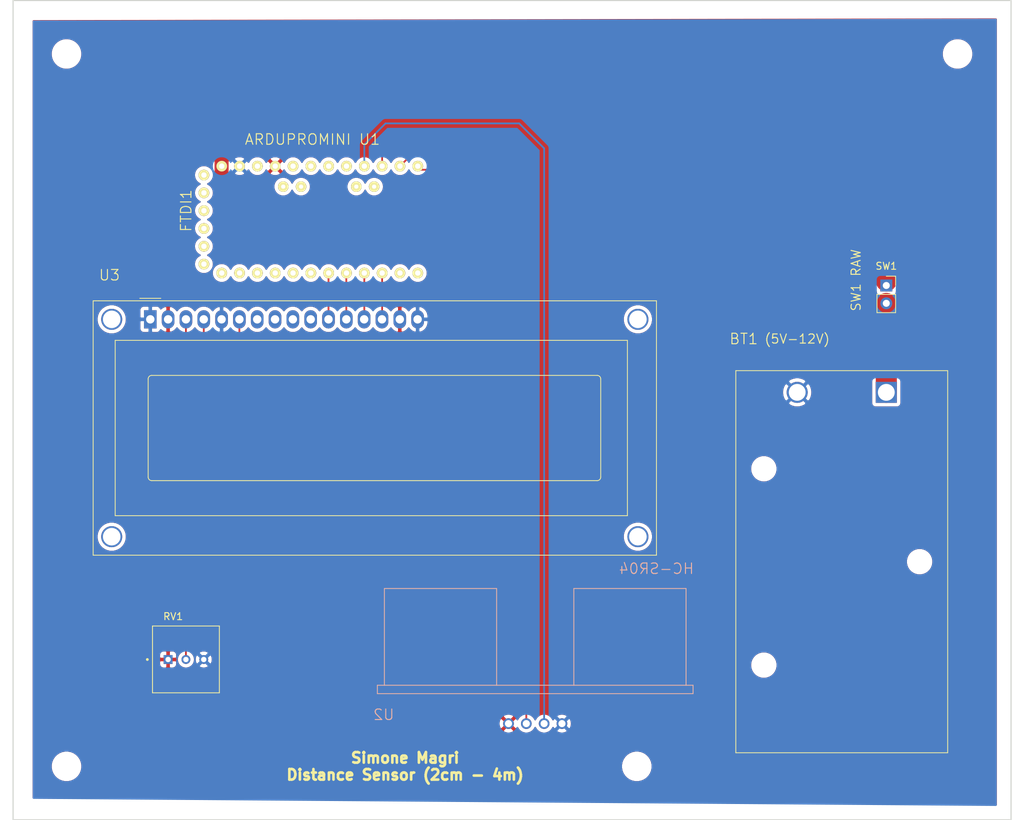
<source format=kicad_pcb>
(kicad_pcb (version 20171130) (host pcbnew 5.1.10-88a1d61d58~88~ubuntu18.04.1)

  (general
    (thickness 1.6)
    (drawings 5)
    (tracks 73)
    (zones 0)
    (modules 10)
    (nets 36)
  )

  (page A4)
  (title_block
    (title "Ultrasonic Distance Sensor (2cm - 4m) with LCD readout")
    (rev 1.0)
    (comment 4 "Author: Simone Magri")
  )

  (layers
    (0 F.Cu signal)
    (31 B.Cu signal)
    (32 B.Adhes user)
    (33 F.Adhes user)
    (34 B.Paste user)
    (35 F.Paste user)
    (36 B.SilkS user)
    (37 F.SilkS user)
    (38 B.Mask user)
    (39 F.Mask user)
    (40 Dwgs.User user)
    (41 Cmts.User user)
    (42 Eco1.User user)
    (43 Eco2.User user)
    (44 Edge.Cuts user)
    (45 Margin user)
    (46 B.CrtYd user)
    (47 F.CrtYd user)
    (48 B.Fab user)
    (49 F.Fab user)
  )

  (setup
    (last_trace_width 0.25)
    (user_trace_width 0.254)
    (user_trace_width 2)
    (user_trace_width 2.54)
    (user_trace_width 3)
    (user_trace_width 5)
    (user_trace_width 7)
    (user_trace_width 10)
    (trace_clearance 0.2)
    (zone_clearance 0.508)
    (zone_45_only no)
    (trace_min 0.2)
    (via_size 0.8)
    (via_drill 0.4)
    (via_min_size 0.4)
    (via_min_drill 0.3)
    (uvia_size 0.3)
    (uvia_drill 0.1)
    (uvias_allowed no)
    (uvia_min_size 0.2)
    (uvia_min_drill 0.1)
    (edge_width 0.05)
    (segment_width 0.2)
    (pcb_text_width 0.3)
    (pcb_text_size 1.5 1.5)
    (mod_edge_width 0.12)
    (mod_text_size 1 1)
    (mod_text_width 0.15)
    (pad_size 1.524 1.524)
    (pad_drill 0.762)
    (pad_to_mask_clearance 0)
    (aux_axis_origin 0 0)
    (visible_elements FFFFFF7F)
    (pcbplotparams
      (layerselection 0x010fc_ffffffff)
      (usegerberextensions false)
      (usegerberattributes true)
      (usegerberadvancedattributes true)
      (creategerberjobfile true)
      (excludeedgelayer true)
      (linewidth 0.100000)
      (plotframeref false)
      (viasonmask false)
      (mode 1)
      (useauxorigin false)
      (hpglpennumber 1)
      (hpglpenspeed 20)
      (hpglpendiameter 15.000000)
      (psnegative false)
      (psa4output false)
      (plotreference true)
      (plotvalue true)
      (plotinvisibletext false)
      (padsonsilk false)
      (subtractmaskfromsilk false)
      (outputformat 1)
      (mirror false)
      (drillshape 0)
      (scaleselection 1)
      (outputdirectory "gerber/"))
  )

  (net 0 "")
  (net 1 "Net-(BT1-Pad1)")
  (net 2 "Net-(FTDI1-Pad1)")
  (net 3 "Net-(FTDI1-Pad2)")
  (net 4 "Net-(FTDI1-Pad3)")
  (net 5 "Net-(FTDI1-Pad4)")
  (net 6 "Net-(FTDI1-Pad6)")
  (net 7 "Net-(FTDI1-Pad7)")
  (net 8 "Net-(FTDI1-Pad8)")
  (net 9 "Net-(FTDI1-Pad9)")
  (net 10 "Net-(FTDI1-Pad10)")
  (net 11 "Net-(FTDI1-Pad11)")
  (net 12 "Net-(FTDI1-Pad12)")
  (net 13 "Net-(FTDI1-Pad13)")
  (net 14 "Net-(FTDI1-Pad14)")
  (net 15 "Net-(FTDI1-Pad15)")
  (net 16 "Net-(FTDI1-Pad16)")
  (net 17 "Net-(FTDI1-Pad17)")
  (net 18 "Net-(FTDI1-Pad18)")
  (net 19 "Net-(FTDI1-Pad19)")
  (net 20 "Net-(FTDI1-Pad21)")
  (net 21 "Net-(FTDI1-Pad23)")
  (net 22 "Net-(FTDI1-Pad24)")
  (net 23 "Net-(FTDI1-Pad25)")
  (net 24 "Net-(FTDI1-Pad26)")
  (net 25 "Net-(FTDI1-Pad27)")
  (net 26 "Net-(FTDI1-Pad28)")
  (net 27 "Net-(FTDI1-Pad29)")
  (net 28 "Net-(FTDI1-Pad30)")
  (net 29 "Net-(RV1-Pad2)")
  (net 30 "Net-(U3-Pad7)")
  (net 31 "Net-(U3-Pad8)")
  (net 32 "Net-(U3-Pad9)")
  (net 33 "Net-(U3-Pad10)")
  (net 34 VCC)
  (net 35 GND)

  (net_class Default "This is the default net class."
    (clearance 0.2)
    (trace_width 0.25)
    (via_dia 0.8)
    (via_drill 0.4)
    (uvia_dia 0.3)
    (uvia_drill 0.1)
    (add_net GND)
    (add_net "Net-(BT1-Pad1)")
    (add_net "Net-(FTDI1-Pad1)")
    (add_net "Net-(FTDI1-Pad10)")
    (add_net "Net-(FTDI1-Pad11)")
    (add_net "Net-(FTDI1-Pad12)")
    (add_net "Net-(FTDI1-Pad13)")
    (add_net "Net-(FTDI1-Pad14)")
    (add_net "Net-(FTDI1-Pad15)")
    (add_net "Net-(FTDI1-Pad16)")
    (add_net "Net-(FTDI1-Pad17)")
    (add_net "Net-(FTDI1-Pad18)")
    (add_net "Net-(FTDI1-Pad19)")
    (add_net "Net-(FTDI1-Pad2)")
    (add_net "Net-(FTDI1-Pad21)")
    (add_net "Net-(FTDI1-Pad23)")
    (add_net "Net-(FTDI1-Pad24)")
    (add_net "Net-(FTDI1-Pad25)")
    (add_net "Net-(FTDI1-Pad26)")
    (add_net "Net-(FTDI1-Pad27)")
    (add_net "Net-(FTDI1-Pad28)")
    (add_net "Net-(FTDI1-Pad29)")
    (add_net "Net-(FTDI1-Pad3)")
    (add_net "Net-(FTDI1-Pad30)")
    (add_net "Net-(FTDI1-Pad4)")
    (add_net "Net-(FTDI1-Pad6)")
    (add_net "Net-(FTDI1-Pad7)")
    (add_net "Net-(FTDI1-Pad8)")
    (add_net "Net-(FTDI1-Pad9)")
    (add_net "Net-(RV1-Pad2)")
    (add_net "Net-(U3-Pad10)")
    (add_net "Net-(U3-Pad7)")
    (add_net "Net-(U3-Pad8)")
    (add_net "Net-(U3-Pad9)")
    (add_net VCC)
  )

  (module SnapEDA:TRIM_COM-09806 (layer F.Cu) (tedit 61208CF1) (tstamp 6195F135)
    (at 110.998 134.62)
    (path /5EB46A0B)
    (fp_text reference RV1 (at -1.825 -6.135) (layer F.SilkS)
      (effects (font (size 1 1) (thickness 0.15)))
    )
    (fp_text value "(5ohm)" (at 3.89 6.135) (layer F.Fab)
      (effects (font (size 1 1) (thickness 0.15)))
    )
    (fp_line (start 5.015 5) (end -5.015 5) (layer F.CrtYd) (width 0.05))
    (fp_line (start 5.015 -5.03) (end 5.015 5) (layer F.CrtYd) (width 0.05))
    (fp_line (start -5.015 -5.03) (end 5.015 -5.03) (layer F.CrtYd) (width 0.05))
    (fp_line (start -5.015 5) (end -5.015 -5.03) (layer F.CrtYd) (width 0.05))
    (fp_circle (center -5.5 0) (end -5.4 0) (layer F.Fab) (width 0.2))
    (fp_circle (center -5.5 0) (end -5.4 0) (layer F.SilkS) (width 0.2))
    (fp_line (start 4.765 -4.78) (end -4.765 -4.78) (layer F.SilkS) (width 0.127))
    (fp_line (start 4.765 4.75) (end 4.765 -4.78) (layer F.SilkS) (width 0.127))
    (fp_line (start -4.765 4.75) (end 4.765 4.75) (layer F.SilkS) (width 0.127))
    (fp_line (start -4.765 -4.78) (end -4.765 4.75) (layer F.SilkS) (width 0.127))
    (fp_line (start -4.765 4.75) (end -4.765 -4.78) (layer F.Fab) (width 0.127))
    (fp_line (start 4.765 4.75) (end -4.765 4.75) (layer F.Fab) (width 0.127))
    (fp_line (start 4.765 -4.78) (end 4.765 4.75) (layer F.Fab) (width 0.127))
    (fp_line (start -4.765 -4.78) (end 4.765 -4.78) (layer F.Fab) (width 0.127))
    (pad 1 thru_hole rect (at -2.54 0) (size 1.268 1.268) (drill 0.76) (layers *.Cu *.Mask)
      (net 34 VCC))
    (pad 2 thru_hole circle (at 0 0) (size 1.268 1.268) (drill 0.76) (layers *.Cu *.Mask)
      (net 29 "Net-(RV1-Pad2)"))
    (pad 3 thru_hole circle (at 2.54 0) (size 1.268 1.268) (drill 0.76) (layers *.Cu *.Mask)
      (net 35 GND))
  )

  (module Display:WC1602A (layer F.Cu) (tedit 5A02FE80) (tstamp 6195E8A4)
    (at 105.918 86.106)
    (descr "LCD 16x2 http://www.wincomlcd.com/pdf/WC1602A-SFYLYHTC06.pdf")
    (tags "LCD 16x2 Alphanumeric 16pin")
    (path /5EA7D66F)
    (fp_text reference U3 (at -5.82 -6.2992) (layer F.SilkS)
      (effects (font (size 1.5 1.5) (thickness 0.15)))
    )
    (fp_text value RC1602A (at -4.31 34.66) (layer F.Fab)
      (effects (font (size 1 1) (thickness 0.15)))
    )
    (fp_line (start -8.14 33.64) (end 72.14 33.64) (layer F.SilkS) (width 0.12))
    (fp_line (start 72.14 33.64) (end 72.14 -2.64) (layer F.SilkS) (width 0.12))
    (fp_line (start 72.14 -2.64) (end -7.34 -2.64) (layer F.SilkS) (width 0.12))
    (fp_line (start -8.14 -2.64) (end -8.14 33.64) (layer F.SilkS) (width 0.12))
    (fp_line (start -8.13 -2.64) (end -7.34 -2.64) (layer F.SilkS) (width 0.12))
    (fp_line (start -8.25 -2.75) (end -8.25 33.75) (layer F.CrtYd) (width 0.05))
    (fp_line (start -8.25 33.75) (end 72.25 33.75) (layer F.CrtYd) (width 0.05))
    (fp_line (start 72.25 -2.75) (end 72.25 33.75) (layer F.CrtYd) (width 0.05))
    (fp_line (start -1.5 -3) (end 1.5 -3) (layer F.SilkS) (width 0.12))
    (fp_line (start -8.25 -2.75) (end 72.25 -2.75) (layer F.CrtYd) (width 0.05))
    (fp_line (start 1 -2.5) (end 0 -1.5) (layer F.Fab) (width 0.1))
    (fp_line (start 0 -1.5) (end -1 -2.5) (layer F.Fab) (width 0.1))
    (fp_line (start -1 -2.5) (end -8 -2.5) (layer F.Fab) (width 0.1))
    (fp_line (start 0.2 8) (end 63.7 8) (layer F.SilkS) (width 0.12))
    (fp_line (start -0.29972 22.49932) (end -0.29972 8.5) (layer F.SilkS) (width 0.12))
    (fp_line (start 63.70066 23) (end 0.2 23) (layer F.SilkS) (width 0.12))
    (fp_line (start 64.2 8.5) (end 64.2 22.5) (layer F.SilkS) (width 0.12))
    (fp_line (start -5 3) (end 68 3) (layer F.SilkS) (width 0.12))
    (fp_line (start 68 3) (end 68 28) (layer F.SilkS) (width 0.12))
    (fp_line (start 68 28) (end -5 28) (layer F.SilkS) (width 0.12))
    (fp_line (start -5 28) (end -5 3) (layer F.SilkS) (width 0.12))
    (fp_line (start 1 -2.5) (end 72 -2.5) (layer F.Fab) (width 0.1))
    (fp_line (start 72 -2.5) (end 72 33.5) (layer F.Fab) (width 0.1))
    (fp_line (start 72 33.5) (end -8 33.5) (layer F.Fab) (width 0.1))
    (fp_line (start -8 33.5) (end -8 -2.5) (layer F.Fab) (width 0.1))
    (fp_text user %R (at 30.37 14.74) (layer F.Fab)
      (effects (font (size 1 1) (thickness 0.1)))
    )
    (fp_arc (start 63.7 8.5) (end 63.7 8) (angle 90) (layer F.SilkS) (width 0.12))
    (fp_arc (start 63.70066 22.49932) (end 64.20104 22.49932) (angle 90) (layer F.SilkS) (width 0.12))
    (fp_arc (start 0.20066 22.49932) (end 0.20066 22.9997) (angle 90) (layer F.SilkS) (width 0.12))
    (fp_arc (start 0.20066 8.49884) (end -0.29972 8.49884) (angle 90) (layer F.SilkS) (width 0.12))
    (pad 1 thru_hole rect (at 0 0) (size 1.8 2.6) (drill 1.2) (layers *.Cu *.Mask)
      (net 35 GND))
    (pad 2 thru_hole oval (at 2.54 0) (size 1.8 2.6) (drill 1.2) (layers *.Cu *.Mask)
      (net 34 VCC))
    (pad 3 thru_hole oval (at 5.08 0) (size 1.8 2.6) (drill 1.2) (layers *.Cu *.Mask)
      (net 29 "Net-(RV1-Pad2)"))
    (pad 4 thru_hole oval (at 7.62 0) (size 1.8 2.6) (drill 1.2) (layers *.Cu *.Mask)
      (net 27 "Net-(FTDI1-Pad29)"))
    (pad 5 thru_hole oval (at 10.16 0) (size 1.8 2.6) (drill 1.2) (layers *.Cu *.Mask)
      (net 35 GND))
    (pad 6 thru_hole oval (at 12.7 0) (size 1.8 2.6) (drill 1.2) (layers *.Cu *.Mask)
      (net 28 "Net-(FTDI1-Pad30)"))
    (pad 7 thru_hole oval (at 15.24 0) (size 1.8 2.6) (drill 1.2) (layers *.Cu *.Mask)
      (net 30 "Net-(U3-Pad7)"))
    (pad 8 thru_hole oval (at 17.78 0) (size 1.8 2.6) (drill 1.2) (layers *.Cu *.Mask)
      (net 31 "Net-(U3-Pad8)"))
    (pad 9 thru_hole oval (at 20.32 0) (size 1.8 2.6) (drill 1.2) (layers *.Cu *.Mask)
      (net 32 "Net-(U3-Pad9)"))
    (pad 10 thru_hole oval (at 22.86 0) (size 1.8 2.6) (drill 1.2) (layers *.Cu *.Mask)
      (net 33 "Net-(U3-Pad10)"))
    (pad 11 thru_hole oval (at 25.4 0) (size 1.8 2.6) (drill 1.2) (layers *.Cu *.Mask)
      (net 13 "Net-(FTDI1-Pad13)"))
    (pad 12 thru_hole oval (at 27.94 0) (size 1.8 2.6) (drill 1.2) (layers *.Cu *.Mask)
      (net 14 "Net-(FTDI1-Pad14)"))
    (pad 13 thru_hole oval (at 30.48 0) (size 1.8 2.6) (drill 1.2) (layers *.Cu *.Mask)
      (net 15 "Net-(FTDI1-Pad15)"))
    (pad 14 thru_hole oval (at 33.02 0) (size 1.8 2.6) (drill 1.2) (layers *.Cu *.Mask)
      (net 16 "Net-(FTDI1-Pad16)"))
    (pad 15 thru_hole oval (at 35.56 0) (size 1.8 2.6) (drill 1.2) (layers *.Cu *.Mask)
      (net 34 VCC))
    (pad 16 thru_hole oval (at 38.1 0) (size 1.8 2.6) (drill 1.2) (layers *.Cu *.Mask)
      (net 35 GND))
    (pad "" thru_hole circle (at -5.4991 0) (size 3 3) (drill 2.5) (layers *.Cu *.Mask))
    (pad "" thru_hole circle (at -5.4991 31.0007) (size 3 3) (drill 2.5) (layers *.Cu *.Mask))
    (pad "" thru_hole circle (at 69.49948 31.0007) (size 3 3) (drill 2.5) (layers *.Cu *.Mask))
    (pad "" thru_hole circle (at 69.5 0) (size 3 3) (drill 2.5) (layers *.Cu *.Mask))
    (model ${KISYS3DMOD}/Display.3dshapes/WC1602A.wrl
      (at (xyz 0 0 0))
      (scale (xyz 1 1 1))
      (rotate (xyz 0 0 0))
    )
  )

  (module XCVR_HC_SR04:XCVR_HC-SR04 (layer B.Cu) (tedit 5EAF9BFA) (tstamp 6195DDD0)
    (at 160.782 143.764)
    (path /5EAFAC5C)
    (fp_text reference U2 (at -21.59 -1.27) (layer B.SilkS)
      (effects (font (size 1.5 1.5) (thickness 0.15)) (justify mirror))
    )
    (fp_text value HC-SR04 (at 17.272 -22.098) (layer B.SilkS)
      (effects (font (size 1.5 1.5) (thickness 0.15)) (justify mirror))
    )
    (fp_line (start -21.5 -19.27) (end -5.5 -19.27) (layer B.SilkS) (width 0.127))
    (fp_line (start 5.5 -19.27) (end 21.5 -19.27) (layer B.SilkS) (width 0.127))
    (fp_line (start 22.5 -5.47) (end 21.5 -5.47) (layer B.SilkS) (width 0.127))
    (fp_line (start 21.5 -5.47) (end 5.5 -5.47) (layer B.SilkS) (width 0.127))
    (fp_line (start 5.5 -5.47) (end -5.5 -5.47) (layer B.SilkS) (width 0.127))
    (fp_line (start -5.5 -5.47) (end -21.5 -5.47) (layer B.SilkS) (width 0.127))
    (fp_line (start -21.5 -5.47) (end -22.5 -5.47) (layer B.SilkS) (width 0.127))
    (fp_line (start -22.5 -5.47) (end -22.5 -4.27) (layer B.SilkS) (width 0.127))
    (fp_line (start -22.5 -4.27) (end 22.5 -4.27) (layer B.SilkS) (width 0.127))
    (fp_line (start 22.5 -4.27) (end 22.5 -5.47) (layer B.SilkS) (width 0.127))
    (fp_line (start -21.5 -5.47) (end -21.5 -19.27) (layer B.SilkS) (width 0.127))
    (fp_line (start 21.5 -5.47) (end 21.5 -19.27) (layer B.SilkS) (width 0.127))
    (fp_line (start -5.5 -5.47) (end -5.5 -19.27) (layer B.SilkS) (width 0.127))
    (fp_line (start 5.5 -5.47) (end 5.5 -19.27) (layer B.SilkS) (width 0.127))
    (fp_line (start -22.75 -4) (end -22.75 -19.5) (layer B.CrtYd) (width 0.05))
    (fp_line (start -22.75 -19.5) (end 22.75 -19.5) (layer B.CrtYd) (width 0.05))
    (fp_line (start 22.75 -19.5) (end 22.75 -4) (layer B.CrtYd) (width 0.05))
    (fp_line (start 22.75 -4) (end 5 -4) (layer B.CrtYd) (width 0.05))
    (fp_line (start 5 -4) (end 5 1.25) (layer B.CrtYd) (width 0.05))
    (fp_line (start 5 1.25) (end -5 1.25) (layer B.CrtYd) (width 0.05))
    (fp_line (start -5 1.25) (end -5 -4) (layer B.CrtYd) (width 0.05))
    (fp_line (start -5 -4) (end -22.75 -4) (layer B.CrtYd) (width 0.05))
    (pad 2 thru_hole circle (at -1.27 0) (size 1.53 1.53) (drill 1.02) (layers *.Cu *.Mask)
      (net 26 "Net-(FTDI1-Pad28)"))
    (pad 3 thru_hole circle (at 1.27 0) (size 1.53 1.53) (drill 1.02) (layers *.Cu *.Mask)
      (net 25 "Net-(FTDI1-Pad27)"))
    (pad 4 thru_hole circle (at 3.81 0) (size 1.53 1.53) (drill 1.02) (layers *.Cu *.Mask)
      (net 35 GND))
    (pad 1 thru_hole circle (at -3.81 0) (size 1.53 1.53) (drill 1.02) (layers *.Cu *.Mask)
      (net 34 VCC))
  )

  (module MountingHole:MountingHole_3.2mm_M3 (layer F.Cu) (tedit 56D1B4CB) (tstamp 610E2241)
    (at 175.26 149.86)
    (descr "Mounting Hole 3.2mm, no annular, M3")
    (tags "mounting hole 3.2mm no annular m3")
    (attr virtual)
    (fp_text reference REF** (at 0 -4.2) (layer F.SilkS) hide
      (effects (font (size 1 1) (thickness 0.15)))
    )
    (fp_text value MountingHole_3.2mm_M3 (at 0 4.2) (layer F.Fab)
      (effects (font (size 1 1) (thickness 0.15)))
    )
    (fp_circle (center 0 0) (end 3.45 0) (layer F.CrtYd) (width 0.05))
    (fp_circle (center 0 0) (end 3.2 0) (layer Cmts.User) (width 0.15))
    (fp_text user %R (at 0.3 0) (layer F.Fab)
      (effects (font (size 1 1) (thickness 0.15)))
    )
    (pad 1 np_thru_hole circle (at 0 0) (size 3.2 3.2) (drill 3.2) (layers *.Cu *.Mask))
  )

  (module MountingHole:MountingHole_3.2mm_M3 (layer F.Cu) (tedit 56D1B4CB) (tstamp 610E2224)
    (at 93.98 48.26)
    (descr "Mounting Hole 3.2mm, no annular, M3")
    (tags "mounting hole 3.2mm no annular m3")
    (attr virtual)
    (fp_text reference REF** (at 0 -4.2) (layer F.SilkS) hide
      (effects (font (size 1 1) (thickness 0.15)))
    )
    (fp_text value MountingHole_3.2mm_M3 (at 0 4.2) (layer F.Fab)
      (effects (font (size 1 1) (thickness 0.15)))
    )
    (fp_circle (center 0 0) (end 3.45 0) (layer F.CrtYd) (width 0.05))
    (fp_circle (center 0 0) (end 3.2 0) (layer Cmts.User) (width 0.15))
    (fp_text user %R (at 0.3 0) (layer F.Fab)
      (effects (font (size 1 1) (thickness 0.15)))
    )
    (pad 1 np_thru_hole circle (at 0 0) (size 3.2 3.2) (drill 3.2) (layers *.Cu *.Mask))
  )

  (module MountingHole:MountingHole_3.2mm_M3 (layer F.Cu) (tedit 56D1B4CB) (tstamp 610E2207)
    (at 220.98 48.26)
    (descr "Mounting Hole 3.2mm, no annular, M3")
    (tags "mounting hole 3.2mm no annular m3")
    (attr virtual)
    (fp_text reference REF** (at 0 -4.2) (layer F.SilkS) hide
      (effects (font (size 1 1) (thickness 0.15)))
    )
    (fp_text value MountingHole_3.2mm_M3 (at 0 4.2) (layer F.Fab)
      (effects (font (size 1 1) (thickness 0.15)))
    )
    (fp_circle (center 0 0) (end 3.45 0) (layer F.CrtYd) (width 0.05))
    (fp_circle (center 0 0) (end 3.2 0) (layer Cmts.User) (width 0.15))
    (fp_text user %R (at 0.3 0) (layer F.Fab)
      (effects (font (size 1 1) (thickness 0.15)))
    )
    (pad 1 np_thru_hole circle (at 0 0) (size 3.2 3.2) (drill 3.2) (layers *.Cu *.Mask))
  )

  (module MountingHole:MountingHole_3.2mm_M3 (layer F.Cu) (tedit 56D1B4CB) (tstamp 610E21EA)
    (at 93.98 149.86)
    (descr "Mounting Hole 3.2mm, no annular, M3")
    (tags "mounting hole 3.2mm no annular m3")
    (attr virtual)
    (fp_text reference REF** (at 1.778 -4.318) (layer F.SilkS) hide
      (effects (font (size 1 1) (thickness 0.15)))
    )
    (fp_text value MountingHole_3.2mm_M3 (at 0 4.2) (layer F.Fab)
      (effects (font (size 1 1) (thickness 0.15)))
    )
    (fp_circle (center 0 0) (end 3.45 0) (layer F.CrtYd) (width 0.05))
    (fp_circle (center 0 0) (end 3.2 0) (layer Cmts.User) (width 0.15))
    (fp_text user %R (at 0.3 0) (layer F.Fab)
      (effects (font (size 1 1) (thickness 0.15)))
    )
    (pad 1 np_thru_hole circle (at 0 0) (size 3.2 3.2) (drill 3.2) (layers *.Cu *.Mask))
  )

  (module ArduProMiniTKB:ArduProMini (layer F.Cu) (tedit 54CFF598) (tstamp 610E0E72)
    (at 109.7534 82.042 90)
    (path /5EA6518F)
    (autoplace_cost180 10)
    (fp_text reference FTDI1 (at 11.43 1.27 90) (layer F.SilkS)
      (effects (font (size 1.5 1.5) (thickness 0.15)))
    )
    (fp_text value "ARDUPROMINI U1" (at 21.59 19.2786 180) (layer F.SilkS)
      (effects (font (size 1.5 1.5) (thickness 0.15)))
    )
    (pad 1 thru_hole circle (at 3.81 3.81 90) (size 1.524 1.524) (drill 0.762) (layers *.Cu *.Mask F.SilkS)
      (net 2 "Net-(FTDI1-Pad1)"))
    (pad 2 thru_hole circle (at 6.35 3.81 90) (size 1.524 1.524) (drill 0.762) (layers *.Cu *.Mask F.SilkS)
      (net 3 "Net-(FTDI1-Pad2)"))
    (pad 3 thru_hole circle (at 8.89 3.81 90) (size 1.524 1.524) (drill 0.762) (layers *.Cu *.Mask F.SilkS)
      (net 4 "Net-(FTDI1-Pad3)"))
    (pad 4 thru_hole circle (at 11.43 3.81 90) (size 1.524 1.524) (drill 0.762) (layers *.Cu *.Mask F.SilkS)
      (net 5 "Net-(FTDI1-Pad4)"))
    (pad 5 thru_hole circle (at 13.97 3.81 90) (size 1.524 1.524) (drill 0.762) (layers *.Cu *.Mask F.SilkS))
    (pad 6 thru_hole circle (at 16.51 3.81 90) (size 1.524 1.524) (drill 0.762) (layers *.Cu *.Mask F.SilkS)
      (net 6 "Net-(FTDI1-Pad6)"))
    (pad 7 thru_hole circle (at 2.54 6.35 90) (size 1.524 1.524) (drill 0.762) (layers *.Cu *.Mask F.SilkS)
      (net 7 "Net-(FTDI1-Pad7)"))
    (pad 8 thru_hole circle (at 2.54 8.89 90) (size 1.524 1.524) (drill 0.762) (layers *.Cu *.Mask F.SilkS)
      (net 8 "Net-(FTDI1-Pad8)"))
    (pad 9 thru_hole circle (at 2.54 11.43 90) (size 1.524 1.524) (drill 0.762) (layers *.Cu *.Mask F.SilkS)
      (net 9 "Net-(FTDI1-Pad9)"))
    (pad 10 thru_hole circle (at 2.54 13.97 90) (size 1.524 1.524) (drill 0.762) (layers *.Cu *.Mask F.SilkS)
      (net 10 "Net-(FTDI1-Pad10)"))
    (pad 11 thru_hole circle (at 2.54 16.51 90) (size 1.524 1.524) (drill 0.762) (layers *.Cu *.Mask F.SilkS)
      (net 11 "Net-(FTDI1-Pad11)"))
    (pad 12 thru_hole circle (at 2.54 19.05 90) (size 1.524 1.524) (drill 0.762) (layers *.Cu *.Mask F.SilkS)
      (net 12 "Net-(FTDI1-Pad12)"))
    (pad 13 thru_hole circle (at 2.54 21.59 90) (size 1.524 1.524) (drill 0.762) (layers *.Cu *.Mask F.SilkS)
      (net 13 "Net-(FTDI1-Pad13)"))
    (pad 14 thru_hole circle (at 2.54 24.13 90) (size 1.524 1.524) (drill 0.762) (layers *.Cu *.Mask F.SilkS)
      (net 14 "Net-(FTDI1-Pad14)"))
    (pad 15 thru_hole circle (at 2.54 26.67 90) (size 1.524 1.524) (drill 0.762) (layers *.Cu *.Mask F.SilkS)
      (net 15 "Net-(FTDI1-Pad15)"))
    (pad 16 thru_hole circle (at 2.54 29.21 90) (size 1.524 1.524) (drill 0.762) (layers *.Cu *.Mask F.SilkS)
      (net 16 "Net-(FTDI1-Pad16)"))
    (pad 17 thru_hole circle (at 2.54 31.75 90) (size 1.524 1.524) (drill 0.762) (layers *.Cu *.Mask F.SilkS)
      (net 17 "Net-(FTDI1-Pad17)"))
    (pad 18 thru_hole circle (at 2.54 34.29 90) (size 1.524 1.524) (drill 0.762) (layers *.Cu *.Mask F.SilkS)
      (net 18 "Net-(FTDI1-Pad18)"))
    (pad 19 thru_hole circle (at 17.78 6.35 90) (size 1.524 1.524) (drill 0.762) (layers *.Cu *.Mask F.SilkS)
      (net 19 "Net-(FTDI1-Pad19)"))
    (pad 20 thru_hole circle (at 17.78 8.89 90) (size 1.524 1.524) (drill 0.762) (layers *.Cu *.Mask F.SilkS)
      (net 35 GND))
    (pad 21 thru_hole circle (at 17.78 11.43 90) (size 1.524 1.524) (drill 0.762) (layers *.Cu *.Mask F.SilkS)
      (net 20 "Net-(FTDI1-Pad21)"))
    (pad 22 thru_hole circle (at 17.78 13.97 90) (size 1.524 1.524) (drill 0.762) (layers *.Cu *.Mask F.SilkS)
      (net 34 VCC))
    (pad 23 thru_hole circle (at 17.78 16.51 90) (size 1.524 1.524) (drill 0.762) (layers *.Cu *.Mask F.SilkS)
      (net 21 "Net-(FTDI1-Pad23)"))
    (pad 24 thru_hole circle (at 17.78 19.05 90) (size 1.524 1.524) (drill 0.762) (layers *.Cu *.Mask F.SilkS)
      (net 22 "Net-(FTDI1-Pad24)"))
    (pad 25 thru_hole circle (at 17.78 21.59 90) (size 1.524 1.524) (drill 0.762) (layers *.Cu *.Mask F.SilkS)
      (net 23 "Net-(FTDI1-Pad25)"))
    (pad 26 thru_hole circle (at 17.78 24.13 90) (size 1.524 1.524) (drill 0.762) (layers *.Cu *.Mask F.SilkS)
      (net 24 "Net-(FTDI1-Pad26)"))
    (pad 27 thru_hole circle (at 17.78 26.67 90) (size 1.524 1.524) (drill 0.762) (layers *.Cu *.Mask F.SilkS)
      (net 25 "Net-(FTDI1-Pad27)"))
    (pad 28 thru_hole circle (at 17.78 29.21 90) (size 1.524 1.524) (drill 0.762) (layers *.Cu *.Mask F.SilkS)
      (net 26 "Net-(FTDI1-Pad28)"))
    (pad 29 thru_hole circle (at 17.78 31.75 90) (size 1.524 1.524) (drill 0.762) (layers *.Cu *.Mask F.SilkS)
      (net 27 "Net-(FTDI1-Pad29)"))
    (pad 30 thru_hole circle (at 17.78 34.29 90) (size 1.524 1.524) (drill 0.762) (layers *.Cu *.Mask F.SilkS)
      (net 28 "Net-(FTDI1-Pad30)"))
    (pad 31 thru_hole circle (at 14.859 15.113 90) (size 1.5 1.5) (drill 0.6) (layers *.Cu *.Mask F.SilkS))
    (pad 32 thru_hole circle (at 14.859 17.653 90) (size 1.5 1.5) (drill 0.6) (layers *.Cu *.Mask F.SilkS))
    (pad 34 thru_hole circle (at 14.859 25.527 90) (size 1.5 1.5) (drill 0.6) (layers *.Cu *.Mask F.SilkS))
    (pad 35 thru_hole circle (at 14.859 28.067 90) (size 1.5 1.5) (drill 0.6) (layers *.Cu *.Mask F.SilkS))
  )

  (module Battery:BatteryHolder_Eagle_12BH611-GR (layer F.Cu) (tedit 5F4B6D66) (tstamp 610BBE24)
    (at 210.82 96.52 90)
    (descr https://eu.mouser.com/datasheet/2/209/EPD-200766-1274481.pdf)
    (tags "9V Battery Holder")
    (path /5EB40D5F)
    (fp_text reference BT1 (at 7.62 -20.32 180) (layer F.SilkS)
      (effects (font (size 1.5 1.5) (thickness 0.15)))
    )
    (fp_text value "(5V-12V)" (at 7.62 -12.7 180) (layer F.SilkS)
      (effects (font (size 1.3 1.3) (thickness 0.15)))
    )
    (fp_line (start -51.4 -21.45) (end 3.1 -21.45) (layer F.SilkS) (width 0.12))
    (fp_line (start 3.1 -21.45) (end 3.1 8.75) (layer F.SilkS) (width 0.12))
    (fp_line (start 3.1 8.75) (end -51.4 8.75) (layer F.SilkS) (width 0.12))
    (fp_line (start -51.4 8.75) (end -51.4 -21.45) (layer F.SilkS) (width 0.12))
    (fp_line (start -51.9 -21.95) (end 3.6 -21.95) (layer F.CrtYd) (width 0.05))
    (fp_line (start 3.6 -21.95) (end 3.6 9.25) (layer F.CrtYd) (width 0.05))
    (fp_line (start 3.6 9.25) (end -51.9 9.25) (layer F.CrtYd) (width 0.05))
    (fp_line (start -51.9 9.25) (end -51.9 -21.95) (layer F.CrtYd) (width 0.05))
    (fp_line (start 1.85 8.75) (end 1.85 -21.45) (layer F.Fab) (width 0.1))
    (fp_line (start -2 -21.45) (end -2 8.75) (layer F.Fab) (width 0.1))
    (fp_line (start -2 -14.75) (end -4 -14.75) (layer F.Fab) (width 0.1))
    (fp_line (start -4 -14.75) (end -4 -10.65) (layer F.Fab) (width 0.1))
    (fp_line (start -4 -10.65) (end -2 -10.65) (layer F.Fab) (width 0.1))
    (fp_line (start -2 -0.25) (end -4 -0.25) (layer F.Fab) (width 0.1))
    (fp_line (start -4 -2.55) (end -4 2.55) (layer F.Fab) (width 0.1))
    (fp_line (start -4 0.25) (end -2 0.25) (layer F.Fab) (width 0.1))
    (fp_line (start -4 -2.05) (end -2 -2.05) (layer F.Fab) (width 0.1))
    (fp_line (start -2 -2.55) (end -4 -2.55) (layer F.Fab) (width 0.1))
    (fp_line (start -4 2.55) (end -2 2.55) (layer F.Fab) (width 0.1))
    (fp_line (start -2 2.05) (end -4 2.05) (layer F.Fab) (width 0.1))
    (fp_line (start -2 -19.35) (end -27 -19.35) (layer F.Fab) (width 0.1))
    (fp_line (start -27 -19.35) (end -27 -21.45) (layer F.Fab) (width 0.1))
    (fp_line (start -2 6.65) (end -27 6.65) (layer F.Fab) (width 0.1))
    (fp_line (start -27 6.65) (end -27 8.75) (layer F.Fab) (width 0.1))
    (fp_line (start -51.4 -15.35) (end -47 -15.35) (layer F.Fab) (width 0.1))
    (fp_line (start -51.4 2.65) (end -47 2.65) (layer F.Fab) (width 0.1))
    (fp_line (start -50 2.65) (end -50 -15.35) (layer F.Fab) (width 0.1))
    (fp_line (start -49 2.65) (end -49 -15.35) (layer F.Fab) (width 0.1))
    (fp_line (start -48 2.65) (end -48 -15.35) (layer F.Fab) (width 0.1))
    (fp_line (start -47 2.65) (end -47 -15.35) (layer F.Fab) (width 0.1))
    (fp_line (start -51.4 8.75) (end -51.4 -21.45) (layer F.Fab) (width 0.1))
    (fp_line (start -51.4 -21.45) (end 3.1 -21.45) (layer F.Fab) (width 0.1))
    (fp_line (start 3.1 8.75) (end -51.4 8.75) (layer F.Fab) (width 0.1))
    (fp_line (start 3.1 -21.45) (end 3.1 8.75) (layer F.Fab) (width 0.1))
    (fp_text user + (at -7 0 90) (layer F.Fab)
      (effects (font (size 3 3) (thickness 0.45)))
    )
    (fp_text user - (at -7 -12.7 90) (layer F.Fab)
      (effects (font (size 3 3) (thickness 0.45)))
    )
    (fp_text user %R (at -39.624 0.508 270) (layer F.Fab)
      (effects (font (size 1 1) (thickness 0.15)))
    )
    (pad 2 thru_hole circle (at 0 -12.7 90) (size 3 3) (drill 2.4) (layers *.Cu *.Mask)
      (net 35 GND))
    (pad 1 thru_hole rect (at 0 0 90) (size 3 3) (drill 2.4) (layers *.Cu *.Mask)
      (net 1 "Net-(BT1-Pad1)"))
    (pad "" np_thru_hole circle (at -10.9 -17.45 90) (size 2.6 2.6) (drill 2.6) (layers *.Cu *.Mask))
    (pad "" np_thru_hole circle (at -38.9 -17.45 90) (size 2.6 2.6) (drill 2.6) (layers *.Cu *.Mask))
    (pad "" np_thru_hole circle (at -24.15 4.75 90) (size 2.6 2.6) (drill 2.6) (layers *.Cu *.Mask))
    (model ${KISYS3DMOD}/Battery.3dshapes/BatteryHolder_Eagle_12BH611-GR.wrl
      (at (xyz 0 0 0))
      (scale (xyz 1 1 1))
      (rotate (xyz 0 0 0))
    )
  )

  (module Connector_PinSocket_2.54mm:PinSocket_1x02_P2.54mm_Vertical (layer F.Cu) (tedit 5A19A420) (tstamp 610BBEF6)
    (at 210.82 81.28)
    (descr "Through hole straight socket strip, 1x02, 2.54mm pitch, single row (from Kicad 4.0.7), script generated")
    (tags "Through hole socket strip THT 1x02 2.54mm single row")
    (path /5EB06903)
    (fp_text reference SW1 (at 0 -2.77) (layer F.SilkS)
      (effects (font (size 1 1) (thickness 0.15)))
    )
    (fp_text value SW_SPST (at 0.508 9.398 90) (layer F.Fab)
      (effects (font (size 1 1) (thickness 0.15)))
    )
    (fp_line (start -1.27 -1.27) (end 0.635 -1.27) (layer F.Fab) (width 0.1))
    (fp_line (start 0.635 -1.27) (end 1.27 -0.635) (layer F.Fab) (width 0.1))
    (fp_line (start 1.27 -0.635) (end 1.27 3.81) (layer F.Fab) (width 0.1))
    (fp_line (start 1.27 3.81) (end -1.27 3.81) (layer F.Fab) (width 0.1))
    (fp_line (start -1.27 3.81) (end -1.27 -1.27) (layer F.Fab) (width 0.1))
    (fp_line (start -1.33 1.27) (end 1.33 1.27) (layer F.SilkS) (width 0.12))
    (fp_line (start -1.33 1.27) (end -1.33 3.87) (layer F.SilkS) (width 0.12))
    (fp_line (start -1.33 3.87) (end 1.33 3.87) (layer F.SilkS) (width 0.12))
    (fp_line (start 1.33 1.27) (end 1.33 3.87) (layer F.SilkS) (width 0.12))
    (fp_line (start 1.33 -1.33) (end 1.33 0) (layer F.SilkS) (width 0.12))
    (fp_line (start 0 -1.33) (end 1.33 -1.33) (layer F.SilkS) (width 0.12))
    (fp_line (start -1.8 -1.8) (end 1.75 -1.8) (layer F.CrtYd) (width 0.05))
    (fp_line (start 1.75 -1.8) (end 1.75 4.3) (layer F.CrtYd) (width 0.05))
    (fp_line (start 1.75 4.3) (end -1.8 4.3) (layer F.CrtYd) (width 0.05))
    (fp_line (start -1.8 4.3) (end -1.8 -1.8) (layer F.CrtYd) (width 0.05))
    (fp_text user "%R RAW" (at -4.318 -0.762 90) (layer F.SilkS)
      (effects (font (size 1.3 1.3) (thickness 0.15)))
    )
    (pad 1 thru_hole rect (at 0 0) (size 1.7 1.7) (drill 1) (layers *.Cu *.Mask)
      (net 19 "Net-(FTDI1-Pad19)"))
    (pad 2 thru_hole oval (at 0 2.54) (size 1.7 1.7) (drill 1) (layers *.Cu *.Mask)
      (net 1 "Net-(BT1-Pad1)"))
    (model ${KISYS3DMOD}/Connector_PinSocket_2.54mm.3dshapes/PinSocket_1x02_P2.54mm_Vertical.wrl
      (at (xyz 0 0 0))
      (scale (xyz 1 1 1))
      (rotate (xyz 0 0 0))
    )
  )

  (gr_text "Simone Magri\nDistance Sensor (2cm - 4m)" (at 142.24 149.86) (layer F.SilkS)
    (effects (font (size 1.5 1.5) (thickness 0.375)))
  )
  (gr_line (start 86.36 157.48) (end 86.36 40.64) (layer Edge.Cuts) (width 0.15) (tstamp 610E1031))
  (gr_line (start 228.6 157.48) (end 86.36 157.48) (layer Edge.Cuts) (width 0.15))
  (gr_line (start 228.6 40.64) (end 228.6 157.48) (layer Edge.Cuts) (width 0.15))
  (gr_line (start 86.36 40.64) (end 228.6 40.64) (layer Edge.Cuts) (width 0.15))

  (segment (start 210.82 86.868) (end 210.82 83.830001) (width 3) (layer F.Cu) (net 1))
  (segment (start 210.82 86.868) (end 212.09 88.138) (width 0.25) (layer F.Cu) (net 1))
  (segment (start 210.82 96.52) (end 210.82 86.868) (width 3) (layer F.Cu) (net 1))
  (segment (start 131.318 79.5274) (end 131.3434 79.502) (width 0.254) (layer F.Cu) (net 13))
  (segment (start 131.318 86.106) (end 131.318 79.5274) (width 0.254) (layer F.Cu) (net 13))
  (segment (start 133.858 79.5274) (end 133.8834 79.502) (width 0.254) (layer F.Cu) (net 14))
  (segment (start 133.858 86.106) (end 133.858 79.5274) (width 0.254) (layer F.Cu) (net 14))
  (segment (start 136.4234 86.0806) (end 136.398 86.106) (width 0.254) (layer F.Cu) (net 15))
  (segment (start 136.4234 79.502) (end 136.4234 86.0806) (width 0.254) (layer F.Cu) (net 15))
  (segment (start 138.9634 86.0806) (end 138.938 86.106) (width 0.254) (layer F.Cu) (net 16))
  (segment (start 138.9634 79.502) (end 138.9634 86.0806) (width 0.254) (layer F.Cu) (net 16))
  (segment (start 116.078 64.8974) (end 116.078 62.484) (width 2) (layer F.Cu) (net 19) (tstamp 610BBEA6))
  (segment (start 116.078 62.484) (end 116.078 50.292) (width 3) (layer F.Cu) (net 19))
  (segment (start 116.078 50.292) (end 117.094 49.276) (width 3) (layer F.Cu) (net 19))
  (segment (start 197.612 49.276) (end 206.756 49.276) (width 3) (layer F.Cu) (net 19))
  (segment (start 197.612 49.276) (end 201.168 49.276) (width 3) (layer F.Cu) (net 19))
  (segment (start 117.094 49.276) (end 197.612 49.276) (width 3) (layer F.Cu) (net 19))
  (segment (start 206.756 49.276) (end 210.82 53.34) (width 3) (layer F.Cu) (net 19))
  (segment (start 210.82 53.34) (end 210.82 80.629991) (width 3) (layer F.Cu) (net 19))
  (segment (start 158.496 58.166) (end 162.052 61.722) (width 0.254) (layer B.Cu) (net 25))
  (segment (start 136.4234 61.1886) (end 139.446 58.166) (width 0.25) (layer B.Cu) (net 25))
  (segment (start 136.4234 64.262) (end 136.4234 61.1886) (width 0.25) (layer B.Cu) (net 25))
  (segment (start 139.446 58.166) (end 158.496 58.166) (width 0.254) (layer B.Cu) (net 25))
  (segment (start 162.052 143.764) (end 162.052 137.922) (width 0.254) (layer B.Cu) (net 25))
  (segment (start 162.052 61.722) (end 162.052 137.922) (width 0.254) (layer B.Cu) (net 25))
  (segment (start 162.052 137.922) (end 162.052 138.938) (width 0.254) (layer B.Cu) (net 25))
  (segment (start 138.9634 64.262) (end 138.9634 62.7126) (width 0.254) (layer F.Cu) (net 26))
  (segment (start 138.9634 62.7126) (end 141.224 60.452) (width 0.254) (layer F.Cu) (net 26))
  (segment (start 141.224 60.452) (end 156.972 60.452) (width 0.254) (layer F.Cu) (net 26))
  (segment (start 156.972 60.452) (end 159.512 62.992) (width 0.254) (layer F.Cu) (net 26))
  (segment (start 159.512 62.992) (end 159.512 71.628) (width 0.254) (layer F.Cu) (net 26))
  (segment (start 159.512 71.493933) (end 159.512 71.628) (width 0.254) (layer F.Cu) (net 26))
  (segment (start 159.512 143.764) (end 159.512 137.922) (width 0.254) (layer F.Cu) (net 26))
  (segment (start 159.512 71.628) (end 159.512 137.922) (width 0.254) (layer F.Cu) (net 26))
  (segment (start 159.512 137.922) (end 159.512 138.938) (width 0.254) (layer F.Cu) (net 26))
  (segment (start 115.57 106.68) (end 113.538 104.648) (width 0.254) (layer F.Cu) (net 27) (tstamp 610C9D58))
  (segment (start 149.86 106.68) (end 115.57 106.68) (width 0.254) (layer F.Cu) (net 27) (tstamp 610C9D64))
  (segment (start 151.13 105.41) (end 149.86 106.68) (width 0.254) (layer F.Cu) (net 27) (tstamp 610C9D67))
  (segment (start 151.13 67.056) (end 151.13 66.802) (width 0.254) (layer F.Cu) (net 27) (tstamp 610C9D5B))
  (segment (start 151.13 67.94359) (end 151.13 67.056) (width 0.254) (layer F.Cu) (net 27) (tstamp 610C9D61))
  (segment (start 151.13 67.94359) (end 151.13 105.41) (width 0.254) (layer F.Cu) (net 27) (tstamp 610C9D6D))
  (segment (start 113.538 101.346) (end 113.538 100.076) (width 0.254) (layer F.Cu) (net 27))
  (segment (start 113.538 104.648) (end 113.538 101.346) (width 0.254) (layer F.Cu) (net 27))
  (segment (start 151.13 65.786) (end 151.13 65.532) (width 0.254) (layer F.Cu) (net 27))
  (segment (start 151.13 65.786) (end 151.13 63.754) (width 0.254) (layer F.Cu) (net 27))
  (segment (start 151.13 67.056) (end 151.13 65.786) (width 0.254) (layer F.Cu) (net 27))
  (segment (start 151.13 63.754) (end 149.86 62.484) (width 0.254) (layer F.Cu) (net 27))
  (segment (start 143.2814 62.484) (end 141.5034 64.262) (width 0.254) (layer F.Cu) (net 27))
  (segment (start 149.86 62.484) (end 143.2814 62.484) (width 0.254) (layer F.Cu) (net 27))
  (segment (start 113.538 86.106) (end 113.538 99.822) (width 0.254) (layer F.Cu) (net 27))
  (segment (start 113.538 101.346) (end 113.538 99.822) (width 0.254) (layer F.Cu) (net 27))
  (segment (start 113.538 99.822) (end 113.538 99.1108) (width 0.254) (layer F.Cu) (net 27))
  (segment (start 113.538 99.1108) (end 113.5888 99.06) (width 0.254) (layer F.Cu) (net 27))
  (segment (start 147.32 64.77) (end 149.86 67.31) (width 0.254) (layer F.Cu) (net 28))
  (segment (start 148.59 105.41) (end 120.65 105.41) (width 0.254) (layer F.Cu) (net 28))
  (segment (start 120.65 105.41) (end 118.618 103.378) (width 0.254) (layer F.Cu) (net 28))
  (segment (start 144.0434 64.77) (end 147.32 64.77) (width 0.254) (layer F.Cu) (net 28))
  (segment (start 149.86 67.31) (end 149.86 104.14) (width 0.254) (layer F.Cu) (net 28))
  (segment (start 149.86 104.14) (end 148.59 105.41) (width 0.254) (layer F.Cu) (net 28))
  (segment (start 118.618 99.1108) (end 118.6688 99.06) (width 0.254) (layer F.Cu) (net 28))
  (segment (start 118.618 101.092) (end 118.618 100.076) (width 0.254) (layer F.Cu) (net 28))
  (segment (start 118.618 103.378) (end 118.618 101.092) (width 0.254) (layer F.Cu) (net 28))
  (segment (start 118.618 86.106) (end 118.618 99.568) (width 0.254) (layer F.Cu) (net 28))
  (segment (start 118.618 101.092) (end 118.618 99.568) (width 0.254) (layer F.Cu) (net 28))
  (segment (start 118.618 99.568) (end 118.618 99.1108) (width 0.254) (layer F.Cu) (net 28))
  (segment (start 110.998 86.106) (end 110.998 100.076) (width 0.254) (layer F.Cu) (net 29))
  (segment (start 110.998 100.076) (end 110.998 99.1108) (width 0.25) (layer F.Cu) (net 29))
  (segment (start 110.998 99.1108) (end 111.0488 99.06) (width 0.25) (layer F.Cu) (net 29))
  (segment (start 110.998 134.62) (end 110.998 126.238) (width 0.254) (layer F.Cu) (net 29))
  (segment (start 110.998 127.508) (end 110.998 126.238) (width 0.25) (layer F.Cu) (net 29))
  (segment (start 110.998 126.238) (end 110.998 100.076) (width 0.25) (layer F.Cu) (net 29))
  (segment (start 188.976 83.312) (end 188.722 83.312) (width 0.254) (layer B.Cu) (net 35))
  (segment (start 116.078 99.1108) (end 116.1288 99.06) (width 0.25) (layer B.Cu) (net 35))

  (zone (net 34) (net_name VCC) (layer F.Cu) (tstamp 6110F29A) (hatch edge 0.508)
    (connect_pads (clearance 0.508))
    (min_thickness 0.254)
    (fill yes (arc_segments 32) (thermal_gap 0.508) (thermal_bridge_width 0.508))
    (polygon
      (pts
        (xy 226.568 155.448) (xy 89.154 154.432) (xy 89.154 43.434) (xy 226.568 43.18)
      )
    )
    (filled_polygon
      (pts
        (xy 226.441 155.320057) (xy 89.281 154.305935) (xy 89.281 149.639872) (xy 91.745 149.639872) (xy 91.745 150.080128)
        (xy 91.83089 150.511925) (xy 91.999369 150.918669) (xy 92.243962 151.284729) (xy 92.555271 151.596038) (xy 92.921331 151.840631)
        (xy 93.328075 152.00911) (xy 93.759872 152.095) (xy 94.200128 152.095) (xy 94.631925 152.00911) (xy 95.038669 151.840631)
        (xy 95.404729 151.596038) (xy 95.716038 151.284729) (xy 95.960631 150.918669) (xy 96.12911 150.511925) (xy 96.215 150.080128)
        (xy 96.215 149.639872) (xy 173.025 149.639872) (xy 173.025 150.080128) (xy 173.11089 150.511925) (xy 173.279369 150.918669)
        (xy 173.523962 151.284729) (xy 173.835271 151.596038) (xy 174.201331 151.840631) (xy 174.608075 152.00911) (xy 175.039872 152.095)
        (xy 175.480128 152.095) (xy 175.911925 152.00911) (xy 176.318669 151.840631) (xy 176.684729 151.596038) (xy 176.996038 151.284729)
        (xy 177.240631 150.918669) (xy 177.40911 150.511925) (xy 177.495 150.080128) (xy 177.495 149.639872) (xy 177.40911 149.208075)
        (xy 177.240631 148.801331) (xy 176.996038 148.435271) (xy 176.684729 148.123962) (xy 176.318669 147.879369) (xy 175.911925 147.71089)
        (xy 175.480128 147.625) (xy 175.039872 147.625) (xy 174.608075 147.71089) (xy 174.201331 147.879369) (xy 173.835271 148.123962)
        (xy 173.523962 148.435271) (xy 173.279369 148.801331) (xy 173.11089 149.208075) (xy 173.025 149.639872) (xy 96.215 149.639872)
        (xy 96.12911 149.208075) (xy 95.960631 148.801331) (xy 95.716038 148.435271) (xy 95.404729 148.123962) (xy 95.038669 147.879369)
        (xy 94.631925 147.71089) (xy 94.200128 147.625) (xy 93.759872 147.625) (xy 93.328075 147.71089) (xy 92.921331 147.879369)
        (xy 92.555271 148.123962) (xy 92.243962 148.435271) (xy 91.999369 148.801331) (xy 91.83089 149.208075) (xy 91.745 149.639872)
        (xy 89.281 149.639872) (xy 89.281 144.731707) (xy 156.183898 144.731707) (xy 156.25124 144.972106) (xy 156.50078 145.089506)
        (xy 156.768427 145.155967) (xy 157.043899 145.168936) (xy 157.316607 145.127914) (xy 157.576072 145.034478) (xy 157.69276 144.972106)
        (xy 157.760102 144.731707) (xy 156.972 143.943605) (xy 156.183898 144.731707) (xy 89.281 144.731707) (xy 89.281 143.835899)
        (xy 155.567064 143.835899) (xy 155.608086 144.108607) (xy 155.701522 144.368072) (xy 155.763894 144.48476) (xy 156.004293 144.552102)
        (xy 156.792395 143.764) (xy 156.004293 142.975898) (xy 155.763894 143.04324) (xy 155.646494 143.29278) (xy 155.580033 143.560427)
        (xy 155.567064 143.835899) (xy 89.281 143.835899) (xy 89.281 142.796293) (xy 156.183898 142.796293) (xy 156.972 143.584395)
        (xy 157.760102 142.796293) (xy 157.69276 142.555894) (xy 157.44322 142.438494) (xy 157.175573 142.372033) (xy 156.900101 142.359064)
        (xy 156.627393 142.400086) (xy 156.367928 142.493522) (xy 156.25124 142.555894) (xy 156.183898 142.796293) (xy 89.281 142.796293)
        (xy 89.281 135.254) (xy 107.185928 135.254) (xy 107.198188 135.378482) (xy 107.234498 135.49818) (xy 107.293463 135.608494)
        (xy 107.372815 135.705185) (xy 107.469506 135.784537) (xy 107.57982 135.843502) (xy 107.699518 135.879812) (xy 107.824 135.892072)
        (xy 108.17225 135.889) (xy 108.331 135.73025) (xy 108.331 134.747) (xy 108.585 134.747) (xy 108.585 135.73025)
        (xy 108.74375 135.889) (xy 109.092 135.892072) (xy 109.216482 135.879812) (xy 109.33618 135.843502) (xy 109.446494 135.784537)
        (xy 109.543185 135.705185) (xy 109.622537 135.608494) (xy 109.681502 135.49818) (xy 109.717812 135.378482) (xy 109.730072 135.254)
        (xy 109.727 134.90575) (xy 109.56825 134.747) (xy 108.585 134.747) (xy 108.331 134.747) (xy 107.34775 134.747)
        (xy 107.189 134.90575) (xy 107.185928 135.254) (xy 89.281 135.254) (xy 89.281 133.986) (xy 107.185928 133.986)
        (xy 107.189 134.33425) (xy 107.34775 134.493) (xy 108.331 134.493) (xy 108.331 133.50975) (xy 108.585 133.50975)
        (xy 108.585 134.493) (xy 109.56825 134.493) (xy 109.727 134.33425) (xy 109.730072 133.986) (xy 109.717812 133.861518)
        (xy 109.681502 133.74182) (xy 109.622537 133.631506) (xy 109.543185 133.534815) (xy 109.446494 133.455463) (xy 109.33618 133.396498)
        (xy 109.216482 133.360188) (xy 109.092 133.347928) (xy 108.74375 133.351) (xy 108.585 133.50975) (xy 108.331 133.50975)
        (xy 108.17225 133.351) (xy 107.824 133.347928) (xy 107.699518 133.360188) (xy 107.57982 133.396498) (xy 107.469506 133.455463)
        (xy 107.372815 133.534815) (xy 107.293463 133.631506) (xy 107.234498 133.74182) (xy 107.198188 133.861518) (xy 107.185928 133.986)
        (xy 89.281 133.986) (xy 89.281 116.896421) (xy 98.2839 116.896421) (xy 98.2839 117.316979) (xy 98.365947 117.729456)
        (xy 98.526888 118.118002) (xy 98.760537 118.467683) (xy 99.057917 118.765063) (xy 99.407598 118.998712) (xy 99.796144 119.159653)
        (xy 100.208621 119.2417) (xy 100.629179 119.2417) (xy 101.041656 119.159653) (xy 101.430202 118.998712) (xy 101.779883 118.765063)
        (xy 102.077263 118.467683) (xy 102.310912 118.118002) (xy 102.471853 117.729456) (xy 102.5539 117.316979) (xy 102.5539 116.896421)
        (xy 102.471853 116.483944) (xy 102.310912 116.095398) (xy 102.077263 115.745717) (xy 101.779883 115.448337) (xy 101.430202 115.214688)
        (xy 101.041656 115.053747) (xy 100.629179 114.9717) (xy 100.208621 114.9717) (xy 99.796144 115.053747) (xy 99.407598 115.214688)
        (xy 99.057917 115.448337) (xy 98.760537 115.745717) (xy 98.526888 116.095398) (xy 98.365947 116.483944) (xy 98.2839 116.896421)
        (xy 89.281 116.896421) (xy 89.281 85.895721) (xy 98.2839 85.895721) (xy 98.2839 86.316279) (xy 98.365947 86.728756)
        (xy 98.526888 87.117302) (xy 98.760537 87.466983) (xy 99.057917 87.764363) (xy 99.407598 87.998012) (xy 99.796144 88.158953)
        (xy 100.208621 88.241) (xy 100.629179 88.241) (xy 101.041656 88.158953) (xy 101.430202 87.998012) (xy 101.779883 87.764363)
        (xy 102.077263 87.466983) (xy 102.310912 87.117302) (xy 102.471853 86.728756) (xy 102.5539 86.316279) (xy 102.5539 85.895721)
        (xy 102.471853 85.483244) (xy 102.310912 85.094698) (xy 102.118011 84.806) (xy 104.379928 84.806) (xy 104.379928 87.406)
        (xy 104.392188 87.530482) (xy 104.428498 87.65018) (xy 104.487463 87.760494) (xy 104.566815 87.857185) (xy 104.663506 87.936537)
        (xy 104.77382 87.995502) (xy 104.893518 88.031812) (xy 105.018 88.044072) (xy 106.818 88.044072) (xy 106.942482 88.031812)
        (xy 107.06218 87.995502) (xy 107.172494 87.936537) (xy 107.269185 87.857185) (xy 107.348537 87.760494) (xy 107.407502 87.65018)
        (xy 107.413418 87.630679) (xy 107.462394 87.68121) (xy 107.710796 87.852862) (xy 107.987913 87.972755) (xy 108.09326 87.997036)
        (xy 108.331 87.876378) (xy 108.331 86.233) (xy 108.311 86.233) (xy 108.311 85.979) (xy 108.331 85.979)
        (xy 108.331 84.335622) (xy 108.585 84.335622) (xy 108.585 85.979) (xy 108.605 85.979) (xy 108.605 86.233)
        (xy 108.585 86.233) (xy 108.585 87.876378) (xy 108.82274 87.997036) (xy 108.928087 87.972755) (xy 109.205204 87.852862)
        (xy 109.453606 87.68121) (xy 109.663748 87.464396) (xy 109.723219 87.372309) (xy 109.907339 87.596661) (xy 110.141074 87.788481)
        (xy 110.236 87.83922) (xy 110.236001 99.093774) (xy 110.234324 99.1108) (xy 110.236001 99.127826) (xy 110.236001 100.113426)
        (xy 110.238001 100.133733) (xy 110.238 126.180277) (xy 110.236001 126.200574) (xy 110.236 133.602939) (xy 110.18906 133.634303)
        (xy 110.012303 133.81106) (xy 109.873427 134.018903) (xy 109.777767 134.249846) (xy 109.729 134.495014) (xy 109.729 134.744986)
        (xy 109.777767 134.990154) (xy 109.873427 135.221097) (xy 110.012303 135.42894) (xy 110.18906 135.605697) (xy 110.396903 135.744573)
        (xy 110.627846 135.840233) (xy 110.873014 135.889) (xy 111.122986 135.889) (xy 111.368154 135.840233) (xy 111.599097 135.744573)
        (xy 111.80694 135.605697) (xy 111.983697 135.42894) (xy 112.122573 135.221097) (xy 112.218233 134.990154) (xy 112.267 134.744986)
        (xy 112.267 134.495014) (xy 112.269 134.495014) (xy 112.269 134.744986) (xy 112.317767 134.990154) (xy 112.413427 135.221097)
        (xy 112.552303 135.42894) (xy 112.72906 135.605697) (xy 112.936903 135.744573) (xy 113.167846 135.840233) (xy 113.413014 135.889)
        (xy 113.662986 135.889) (xy 113.908154 135.840233) (xy 114.139097 135.744573) (xy 114.34694 135.605697) (xy 114.523697 135.42894)
        (xy 114.662573 135.221097) (xy 114.758233 134.990154) (xy 114.807 134.744986) (xy 114.807 134.495014) (xy 114.758233 134.249846)
        (xy 114.662573 134.018903) (xy 114.523697 133.81106) (xy 114.34694 133.634303) (xy 114.139097 133.495427) (xy 113.908154 133.399767)
        (xy 113.662986 133.351) (xy 113.413014 133.351) (xy 113.167846 133.399767) (xy 112.936903 133.495427) (xy 112.72906 133.634303)
        (xy 112.552303 133.81106) (xy 112.413427 134.018903) (xy 112.317767 134.249846) (xy 112.269 134.495014) (xy 112.267 134.495014)
        (xy 112.218233 134.249846) (xy 112.122573 134.018903) (xy 111.983697 133.81106) (xy 111.80694 133.634303) (xy 111.76 133.602939)
        (xy 111.76 126.200574) (xy 111.758 126.180267) (xy 111.758 100.133733) (xy 111.76 100.113426) (xy 111.76 99.333607)
        (xy 111.797802 99.208986) (xy 111.812476 99.060001) (xy 111.797802 98.911015) (xy 111.76 98.786393) (xy 111.76 87.839221)
        (xy 111.854927 87.788481) (xy 112.088661 87.596661) (xy 112.268 87.378135) (xy 112.447339 87.596661) (xy 112.681074 87.788481)
        (xy 112.776 87.83922) (xy 112.776001 99.073364) (xy 112.776 99.073374) (xy 112.772314 99.1108) (xy 112.776 99.148223)
        (xy 112.776 99.859425) (xy 112.776001 99.859435) (xy 112.776 101.383425) (xy 112.776001 101.383435) (xy 112.776 104.610577)
        (xy 112.772314 104.648) (xy 112.776 104.685423) (xy 112.776 104.685425) (xy 112.787026 104.797377) (xy 112.830598 104.941014)
        (xy 112.863535 105.002635) (xy 112.901355 105.073392) (xy 112.93713 105.116984) (xy 112.996578 105.189422) (xy 113.025654 105.213284)
        (xy 115.004721 107.192352) (xy 115.028578 107.221422) (xy 115.057648 107.245279) (xy 115.144607 107.316645) (xy 115.215364 107.354465)
        (xy 115.276985 107.387402) (xy 115.420622 107.430974) (xy 115.532574 107.442) (xy 115.532577 107.442) (xy 115.57 107.445686)
        (xy 115.607423 107.442) (xy 149.822577 107.442) (xy 149.86 107.445686) (xy 149.897423 107.442) (xy 149.897426 107.442)
        (xy 150.009378 107.430974) (xy 150.153015 107.387402) (xy 150.285392 107.316645) (xy 150.401422 107.221422) (xy 150.425284 107.192346)
        (xy 151.642352 105.975279) (xy 151.671422 105.951422) (xy 151.766645 105.835392) (xy 151.837402 105.703015) (xy 151.880974 105.559378)
        (xy 151.892 105.447426) (xy 151.892 105.447424) (xy 151.895686 105.410001) (xy 151.892 105.372578) (xy 151.892 63.791422)
        (xy 151.895686 63.753999) (xy 151.892 63.716574) (xy 151.880974 63.604622) (xy 151.837402 63.460985) (xy 151.766645 63.328608)
        (xy 151.671422 63.212578) (xy 151.642352 63.188721) (xy 150.425284 61.971654) (xy 150.401422 61.942578) (xy 150.285392 61.847355)
        (xy 150.153015 61.776598) (xy 150.009378 61.733026) (xy 149.897426 61.722) (xy 149.897423 61.722) (xy 149.86 61.718314)
        (xy 149.822577 61.722) (xy 143.318823 61.722) (xy 143.2814 61.718314) (xy 143.243977 61.722) (xy 143.243974 61.722)
        (xy 143.132022 61.733026) (xy 142.988385 61.776598) (xy 142.926764 61.809535) (xy 142.856007 61.847355) (xy 142.813619 61.882143)
        (xy 142.739978 61.942578) (xy 142.716116 61.971654) (xy 141.792611 62.895159) (xy 141.640992 62.865) (xy 141.365808 62.865)
        (xy 141.09591 62.918686) (xy 140.841673 63.023995) (xy 140.612865 63.17688) (xy 140.41828 63.371465) (xy 140.265395 63.600273)
        (xy 140.2334 63.677515) (xy 140.201405 63.600273) (xy 140.04852 63.371465) (xy 139.853935 63.17688) (xy 139.7254 63.090995)
        (xy 139.7254 63.02823) (xy 141.539631 61.214) (xy 156.65637 61.214) (xy 158.75 63.307631) (xy 158.750001 71.456498)
        (xy 158.75 71.456508) (xy 158.75 71.590575) (xy 158.750001 137.884565) (xy 158.75 137.884575) (xy 158.750001 138.463422)
        (xy 158.75 142.589386) (xy 158.619552 142.676549) (xy 158.424549 142.871552) (xy 158.271336 143.100851) (xy 158.244518 143.165594)
        (xy 158.242478 143.159928) (xy 158.180106 143.04324) (xy 157.939707 142.975898) (xy 157.151605 143.764) (xy 157.939707 144.552102)
        (xy 158.180106 144.48476) (xy 158.241312 144.354664) (xy 158.271336 144.427149) (xy 158.424549 144.656448) (xy 158.619552 144.851451)
        (xy 158.848851 145.004664) (xy 159.103635 145.110199) (xy 159.374112 145.164) (xy 159.649888 145.164) (xy 159.920365 145.110199)
        (xy 160.175149 145.004664) (xy 160.404448 144.851451) (xy 160.599451 144.656448) (xy 160.752664 144.427149) (xy 160.782 144.356326)
        (xy 160.811336 144.427149) (xy 160.964549 144.656448) (xy 161.159552 144.851451) (xy 161.388851 145.004664) (xy 161.643635 145.110199)
        (xy 161.914112 145.164) (xy 162.189888 145.164) (xy 162.460365 145.110199) (xy 162.715149 145.004664) (xy 162.944448 144.851451)
        (xy 163.139451 144.656448) (xy 163.292664 144.427149) (xy 163.322 144.356326) (xy 163.351336 144.427149) (xy 163.504549 144.656448)
        (xy 163.699552 144.851451) (xy 163.928851 145.004664) (xy 164.183635 145.110199) (xy 164.454112 145.164) (xy 164.729888 145.164)
        (xy 165.000365 145.110199) (xy 165.255149 145.004664) (xy 165.484448 144.851451) (xy 165.679451 144.656448) (xy 165.832664 144.427149)
        (xy 165.938199 144.172365) (xy 165.992 143.901888) (xy 165.992 143.626112) (xy 165.938199 143.355635) (xy 165.832664 143.100851)
        (xy 165.679451 142.871552) (xy 165.484448 142.676549) (xy 165.255149 142.523336) (xy 165.000365 142.417801) (xy 164.729888 142.364)
        (xy 164.454112 142.364) (xy 164.183635 142.417801) (xy 163.928851 142.523336) (xy 163.699552 142.676549) (xy 163.504549 142.871552)
        (xy 163.351336 143.100851) (xy 163.322 143.171674) (xy 163.292664 143.100851) (xy 163.139451 142.871552) (xy 162.944448 142.676549)
        (xy 162.715149 142.523336) (xy 162.460365 142.417801) (xy 162.189888 142.364) (xy 161.914112 142.364) (xy 161.643635 142.417801)
        (xy 161.388851 142.523336) (xy 161.159552 142.676549) (xy 160.964549 142.871552) (xy 160.811336 143.100851) (xy 160.782 143.171674)
        (xy 160.752664 143.100851) (xy 160.599451 142.871552) (xy 160.404448 142.676549) (xy 160.274 142.589386) (xy 160.274 135.229419)
        (xy 191.435 135.229419) (xy 191.435 135.610581) (xy 191.509361 135.984419) (xy 191.655225 136.336566) (xy 191.866987 136.653491)
        (xy 192.136509 136.923013) (xy 192.453434 137.134775) (xy 192.805581 137.280639) (xy 193.179419 137.355) (xy 193.560581 137.355)
        (xy 193.934419 137.280639) (xy 194.286566 137.134775) (xy 194.603491 136.923013) (xy 194.873013 136.653491) (xy 195.084775 136.336566)
        (xy 195.230639 135.984419) (xy 195.305 135.610581) (xy 195.305 135.229419) (xy 195.230639 134.855581) (xy 195.084775 134.503434)
        (xy 194.873013 134.186509) (xy 194.603491 133.916987) (xy 194.286566 133.705225) (xy 193.934419 133.559361) (xy 193.560581 133.485)
        (xy 193.179419 133.485) (xy 192.805581 133.559361) (xy 192.453434 133.705225) (xy 192.136509 133.916987) (xy 191.866987 134.186509)
        (xy 191.655225 134.503434) (xy 191.509361 134.855581) (xy 191.435 135.229419) (xy 160.274 135.229419) (xy 160.274 120.479419)
        (xy 213.635 120.479419) (xy 213.635 120.860581) (xy 213.709361 121.234419) (xy 213.855225 121.586566) (xy 214.066987 121.903491)
        (xy 214.336509 122.173013) (xy 214.653434 122.384775) (xy 215.005581 122.530639) (xy 215.379419 122.605) (xy 215.760581 122.605)
        (xy 216.134419 122.530639) (xy 216.486566 122.384775) (xy 216.803491 122.173013) (xy 217.073013 121.903491) (xy 217.284775 121.586566)
        (xy 217.430639 121.234419) (xy 217.505 120.860581) (xy 217.505 120.479419) (xy 217.430639 120.105581) (xy 217.284775 119.753434)
        (xy 217.073013 119.436509) (xy 216.803491 119.166987) (xy 216.486566 118.955225) (xy 216.134419 118.809361) (xy 215.760581 118.735)
        (xy 215.379419 118.735) (xy 215.005581 118.809361) (xy 214.653434 118.955225) (xy 214.336509 119.166987) (xy 214.066987 119.436509)
        (xy 213.855225 119.753434) (xy 213.709361 120.105581) (xy 213.635 120.479419) (xy 160.274 120.479419) (xy 160.274 116.896421)
        (xy 173.28248 116.896421) (xy 173.28248 117.316979) (xy 173.364527 117.729456) (xy 173.525468 118.118002) (xy 173.759117 118.467683)
        (xy 174.056497 118.765063) (xy 174.406178 118.998712) (xy 174.794724 119.159653) (xy 175.207201 119.2417) (xy 175.627759 119.2417)
        (xy 176.040236 119.159653) (xy 176.428782 118.998712) (xy 176.778463 118.765063) (xy 177.075843 118.467683) (xy 177.309492 118.118002)
        (xy 177.470433 117.729456) (xy 177.55248 117.316979) (xy 177.55248 116.896421) (xy 177.470433 116.483944) (xy 177.309492 116.095398)
        (xy 177.075843 115.745717) (xy 176.778463 115.448337) (xy 176.428782 115.214688) (xy 176.040236 115.053747) (xy 175.627759 114.9717)
        (xy 175.207201 114.9717) (xy 174.794724 115.053747) (xy 174.406178 115.214688) (xy 174.056497 115.448337) (xy 173.759117 115.745717)
        (xy 173.525468 116.095398) (xy 173.364527 116.483944) (xy 173.28248 116.896421) (xy 160.274 116.896421) (xy 160.274 107.229419)
        (xy 191.435 107.229419) (xy 191.435 107.610581) (xy 191.509361 107.984419) (xy 191.655225 108.336566) (xy 191.866987 108.653491)
        (xy 192.136509 108.923013) (xy 192.453434 109.134775) (xy 192.805581 109.280639) (xy 193.179419 109.355) (xy 193.560581 109.355)
        (xy 193.934419 109.280639) (xy 194.286566 109.134775) (xy 194.603491 108.923013) (xy 194.873013 108.653491) (xy 195.084775 108.336566)
        (xy 195.230639 107.984419) (xy 195.305 107.610581) (xy 195.305 107.229419) (xy 195.230639 106.855581) (xy 195.084775 106.503434)
        (xy 194.873013 106.186509) (xy 194.603491 105.916987) (xy 194.286566 105.705225) (xy 193.934419 105.559361) (xy 193.560581 105.485)
        (xy 193.179419 105.485) (xy 192.805581 105.559361) (xy 192.453434 105.705225) (xy 192.136509 105.916987) (xy 191.866987 106.186509)
        (xy 191.655225 106.503434) (xy 191.509361 106.855581) (xy 191.435 107.229419) (xy 160.274 107.229419) (xy 160.274 96.309721)
        (xy 195.985 96.309721) (xy 195.985 96.730279) (xy 196.067047 97.142756) (xy 196.227988 97.531302) (xy 196.461637 97.880983)
        (xy 196.759017 98.178363) (xy 197.108698 98.412012) (xy 197.497244 98.572953) (xy 197.909721 98.655) (xy 198.330279 98.655)
        (xy 198.742756 98.572953) (xy 199.131302 98.412012) (xy 199.480983 98.178363) (xy 199.778363 97.880983) (xy 200.012012 97.531302)
        (xy 200.172953 97.142756) (xy 200.255 96.730279) (xy 200.255 96.309721) (xy 200.172953 95.897244) (xy 200.012012 95.508698)
        (xy 199.778363 95.159017) (xy 199.480983 94.861637) (xy 199.131302 94.627988) (xy 198.742756 94.467047) (xy 198.330279 94.385)
        (xy 197.909721 94.385) (xy 197.497244 94.467047) (xy 197.108698 94.627988) (xy 196.759017 94.861637) (xy 196.461637 95.159017)
        (xy 196.227988 95.508698) (xy 196.067047 95.897244) (xy 195.985 96.309721) (xy 160.274 96.309721) (xy 160.274 85.895721)
        (xy 173.283 85.895721) (xy 173.283 86.316279) (xy 173.365047 86.728756) (xy 173.525988 87.117302) (xy 173.759637 87.466983)
        (xy 174.057017 87.764363) (xy 174.406698 87.998012) (xy 174.795244 88.158953) (xy 175.207721 88.241) (xy 175.628279 88.241)
        (xy 176.040756 88.158953) (xy 176.429302 87.998012) (xy 176.778983 87.764363) (xy 177.076363 87.466983) (xy 177.310012 87.117302)
        (xy 177.470953 86.728756) (xy 177.553 86.316279) (xy 177.553 85.895721) (xy 177.470953 85.483244) (xy 177.310012 85.094698)
        (xy 177.076363 84.745017) (xy 176.778983 84.447637) (xy 176.429302 84.213988) (xy 176.040756 84.053047) (xy 175.628279 83.971)
        (xy 175.207721 83.971) (xy 174.795244 84.053047) (xy 174.406698 84.213988) (xy 174.057017 84.447637) (xy 173.759637 84.745017)
        (xy 173.525988 85.094698) (xy 173.365047 85.483244) (xy 173.283 85.895721) (xy 160.274 85.895721) (xy 160.274 63.029422)
        (xy 160.277686 62.991999) (xy 160.26955 62.909392) (xy 160.262974 62.842622) (xy 160.219402 62.698985) (xy 160.148645 62.566608)
        (xy 160.053422 62.450578) (xy 160.024353 62.426722) (xy 157.537284 59.939654) (xy 157.513422 59.910578) (xy 157.397392 59.815355)
        (xy 157.265015 59.744598) (xy 157.121378 59.701026) (xy 157.009426 59.69) (xy 157.009423 59.69) (xy 156.972 59.686314)
        (xy 156.934577 59.69) (xy 141.261422 59.69) (xy 141.223999 59.686314) (xy 141.186576 59.69) (xy 141.186574 59.69)
        (xy 141.074622 59.701026) (xy 140.930985 59.744598) (xy 140.798608 59.815355) (xy 140.682578 59.910578) (xy 140.658721 59.939648)
        (xy 138.451049 62.147321) (xy 138.421979 62.171178) (xy 138.398122 62.200248) (xy 138.398121 62.200249) (xy 138.326755 62.287208)
        (xy 138.255999 62.419585) (xy 138.212427 62.563222) (xy 138.197714 62.7126) (xy 138.201401 62.750033) (xy 138.201401 63.090995)
        (xy 138.072865 63.17688) (xy 137.87828 63.371465) (xy 137.725395 63.600273) (xy 137.6934 63.677515) (xy 137.661405 63.600273)
        (xy 137.50852 63.371465) (xy 137.313935 63.17688) (xy 137.085127 63.023995) (xy 136.83089 62.918686) (xy 136.560992 62.865)
        (xy 136.285808 62.865) (xy 136.01591 62.918686) (xy 135.761673 63.023995) (xy 135.532865 63.17688) (xy 135.33828 63.371465)
        (xy 135.185395 63.600273) (xy 135.1534 63.677515) (xy 135.121405 63.600273) (xy 134.96852 63.371465) (xy 134.773935 63.17688)
        (xy 134.545127 63.023995) (xy 134.29089 62.918686) (xy 134.020992 62.865) (xy 133.745808 62.865) (xy 133.47591 62.918686)
        (xy 133.221673 63.023995) (xy 132.992865 63.17688) (xy 132.79828 63.371465) (xy 132.645395 63.600273) (xy 132.6134 63.677515)
        (xy 132.581405 63.600273) (xy 132.42852 63.371465) (xy 132.233935 63.17688) (xy 132.005127 63.023995) (xy 131.75089 62.918686)
        (xy 131.480992 62.865) (xy 131.205808 62.865) (xy 130.93591 62.918686) (xy 130.681673 63.023995) (xy 130.452865 63.17688)
        (xy 130.25828 63.371465) (xy 130.105395 63.600273) (xy 130.0734 63.677515) (xy 130.041405 63.600273) (xy 129.88852 63.371465)
        (xy 129.693935 63.17688) (xy 129.465127 63.023995) (xy 129.21089 62.918686) (xy 128.940992 62.865) (xy 128.665808 62.865)
        (xy 128.39591 62.918686) (xy 128.141673 63.023995) (xy 127.912865 63.17688) (xy 127.71828 63.371465) (xy 127.565395 63.600273)
        (xy 127.5334 63.677515) (xy 127.501405 63.600273) (xy 127.34852 63.371465) (xy 127.153935 63.17688) (xy 126.925127 63.023995)
        (xy 126.67089 62.918686) (xy 126.400992 62.865) (xy 126.125808 62.865) (xy 125.85591 62.918686) (xy 125.601673 63.023995)
        (xy 125.372865 63.17688) (xy 125.17828 63.371465) (xy 125.025395 63.600273) (xy 124.995708 63.671943) (xy 124.991036 63.658977)
        (xy 124.929056 63.54302) (xy 124.688965 63.47604) (xy 123.903005 64.262) (xy 124.688965 65.04796) (xy 124.929056 64.98098)
        (xy 124.992885 64.84524) (xy 125.025395 64.923727) (xy 125.17828 65.152535) (xy 125.372865 65.34712) (xy 125.601673 65.500005)
        (xy 125.85591 65.605314) (xy 126.125808 65.659) (xy 126.400992 65.659) (xy 126.67089 65.605314) (xy 126.925127 65.500005)
        (xy 127.153935 65.34712) (xy 127.34852 65.152535) (xy 127.501405 64.923727) (xy 127.5334 64.846485) (xy 127.565395 64.923727)
        (xy 127.71828 65.152535) (xy 127.912865 65.34712) (xy 128.141673 65.500005) (xy 128.39591 65.605314) (xy 128.665808 65.659)
        (xy 128.940992 65.659) (xy 129.21089 65.605314) (xy 129.465127 65.500005) (xy 129.693935 65.34712) (xy 129.88852 65.152535)
        (xy 130.041405 64.923727) (xy 130.0734 64.846485) (xy 130.105395 64.923727) (xy 130.25828 65.152535) (xy 130.452865 65.34712)
        (xy 130.681673 65.500005) (xy 130.93591 65.605314) (xy 131.205808 65.659) (xy 131.480992 65.659) (xy 131.75089 65.605314)
        (xy 132.005127 65.500005) (xy 132.233935 65.34712) (xy 132.42852 65.152535) (xy 132.581405 64.923727) (xy 132.6134 64.846485)
        (xy 132.645395 64.923727) (xy 132.79828 65.152535) (xy 132.992865 65.34712) (xy 133.221673 65.500005) (xy 133.47591 65.605314)
        (xy 133.745808 65.659) (xy 134.020992 65.659) (xy 134.29089 65.605314) (xy 134.545127 65.500005) (xy 134.773935 65.34712)
        (xy 134.96852 65.152535) (xy 135.121405 64.923727) (xy 135.1534 64.846485) (xy 135.185395 64.923727) (xy 135.33828 65.152535)
        (xy 135.532865 65.34712) (xy 135.761673 65.500005) (xy 136.01591 65.605314) (xy 136.285808 65.659) (xy 136.560992 65.659)
        (xy 136.83089 65.605314) (xy 137.085127 65.500005) (xy 137.313935 65.34712) (xy 137.50852 65.152535) (xy 137.661405 64.923727)
        (xy 137.6934 64.846485) (xy 137.725395 64.923727) (xy 137.87828 65.152535) (xy 138.072865 65.34712) (xy 138.301673 65.500005)
        (xy 138.55591 65.605314) (xy 138.825808 65.659) (xy 139.100992 65.659) (xy 139.37089 65.605314) (xy 139.625127 65.500005)
        (xy 139.853935 65.34712) (xy 140.04852 65.152535) (xy 140.201405 64.923727) (xy 140.2334 64.846485) (xy 140.265395 64.923727)
        (xy 140.41828 65.152535) (xy 140.612865 65.34712) (xy 140.841673 65.500005) (xy 141.09591 65.605314) (xy 141.365808 65.659)
        (xy 141.640992 65.659) (xy 141.91089 65.605314) (xy 142.165127 65.500005) (xy 142.393935 65.34712) (xy 142.58852 65.152535)
        (xy 142.741405 64.923727) (xy 142.7734 64.846485) (xy 142.805395 64.923727) (xy 142.95828 65.152535) (xy 143.152865 65.34712)
        (xy 143.381673 65.500005) (xy 143.63591 65.605314) (xy 143.905808 65.659) (xy 144.180992 65.659) (xy 144.45089 65.605314)
        (xy 144.627885 65.532) (xy 147.00437 65.532) (xy 149.098 67.625631) (xy 149.098001 103.824368) (xy 148.27437 104.648)
        (xy 120.965631 104.648) (xy 119.38 103.06237) (xy 119.38 99.340491) (xy 119.419773 99.209378) (xy 119.434486 99.060001)
        (xy 119.419773 98.910622) (xy 119.38 98.779509) (xy 119.38 87.839221) (xy 119.474927 87.788481) (xy 119.708661 87.596661)
        (xy 119.888 87.378135) (xy 120.067339 87.596661) (xy 120.301074 87.788481) (xy 120.56774 87.931017) (xy 120.857088 88.01879)
        (xy 121.158 88.048427) (xy 121.458913 88.01879) (xy 121.748261 87.931017) (xy 122.014927 87.788481) (xy 122.248661 87.596661)
        (xy 122.428 87.378135) (xy 122.607339 87.596661) (xy 122.841074 87.788481) (xy 123.10774 87.931017) (xy 123.397088 88.01879)
        (xy 123.698 88.048427) (xy 123.998913 88.01879) (xy 124.288261 87.931017) (xy 124.554927 87.788481) (xy 124.788661 87.596661)
        (xy 124.968 87.378135) (xy 125.147339 87.596661) (xy 125.381074 87.788481) (xy 125.64774 87.931017) (xy 125.937088 88.01879)
        (xy 126.238 88.048427) (xy 126.538913 88.01879) (xy 126.828261 87.931017) (xy 127.094927 87.788481) (xy 127.328661 87.596661)
        (xy 127.508 87.378135) (xy 127.687339 87.596661) (xy 127.921074 87.788481) (xy 128.18774 87.931017) (xy 128.477088 88.01879)
        (xy 128.778 88.048427) (xy 129.078913 88.01879) (xy 129.368261 87.931017) (xy 129.634927 87.788481) (xy 129.868661 87.596661)
        (xy 130.048 87.378135) (xy 130.227339 87.596661) (xy 130.461074 87.788481) (xy 130.72774 87.931017) (xy 131.017088 88.01879)
        (xy 131.318 88.048427) (xy 131.618913 88.01879) (xy 131.908261 87.931017) (xy 132.174927 87.788481) (xy 132.408661 87.596661)
        (xy 132.588 87.378135) (xy 132.767339 87.596661) (xy 133.001074 87.788481) (xy 133.26774 87.931017) (xy 133.557088 88.01879)
        (xy 133.858 88.048427) (xy 134.158913 88.01879) (xy 134.448261 87.931017) (xy 134.714927 87.788481) (xy 134.948661 87.596661)
        (xy 135.128 87.378135) (xy 135.307339 87.596661) (xy 135.541074 87.788481) (xy 135.80774 87.931017) (xy 136.097088 88.01879)
        (xy 136.398 88.048427) (xy 136.698913 88.01879) (xy 136.988261 87.931017) (xy 137.254927 87.788481) (xy 137.488661 87.596661)
        (xy 137.668 87.378135) (xy 137.847339 87.596661) (xy 138.081074 87.788481) (xy 138.34774 87.931017) (xy 138.637088 88.01879)
        (xy 138.938 88.048427) (xy 139.238913 88.01879) (xy 139.528261 87.931017) (xy 139.794927 87.788481) (xy 140.028661 87.596661)
        (xy 140.212781 87.372309) (xy 140.272252 87.464396) (xy 140.482394 87.68121) (xy 140.730796 87.852862) (xy 141.007913 87.972755)
        (xy 141.11326 87.997036) (xy 141.351 87.876378) (xy 141.351 86.233) (xy 141.331 86.233) (xy 141.331 85.979)
        (xy 141.351 85.979) (xy 141.351 84.335622) (xy 141.605 84.335622) (xy 141.605 85.979) (xy 141.625 85.979)
        (xy 141.625 86.233) (xy 141.605 86.233) (xy 141.605 87.876378) (xy 141.84274 87.997036) (xy 141.948087 87.972755)
        (xy 142.225204 87.852862) (xy 142.473606 87.68121) (xy 142.683748 87.464396) (xy 142.743219 87.372309) (xy 142.927339 87.596661)
        (xy 143.161074 87.788481) (xy 143.42774 87.931017) (xy 143.717088 88.01879) (xy 144.018 88.048427) (xy 144.318913 88.01879)
        (xy 144.608261 87.931017) (xy 144.874927 87.788481) (xy 145.108661 87.596661) (xy 145.300481 87.362927) (xy 145.443017 87.096261)
        (xy 145.53079 86.806913) (xy 145.553 86.581407) (xy 145.553 85.630592) (xy 145.53079 85.405087) (xy 145.443017 85.115739)
        (xy 145.300481 84.849073) (xy 145.108661 84.615339) (xy 144.874926 84.423519) (xy 144.60826 84.280983) (xy 144.318912 84.19321)
        (xy 144.018 84.163573) (xy 143.717087 84.19321) (xy 143.427739 84.280983) (xy 143.161073 84.423519) (xy 142.927339 84.615339)
        (xy 142.743219 84.839692) (xy 142.683748 84.747604) (xy 142.473606 84.53079) (xy 142.225204 84.359138) (xy 141.948087 84.239245)
        (xy 141.84274 84.214964) (xy 141.605 84.335622) (xy 141.351 84.335622) (xy 141.11326 84.214964) (xy 141.007913 84.239245)
        (xy 140.730796 84.359138) (xy 140.482394 84.53079) (xy 140.272252 84.747604) (xy 140.212781 84.839691) (xy 140.028661 84.615339)
        (xy 139.794926 84.423519) (xy 139.7254 84.386357) (xy 139.7254 80.673005) (xy 139.853935 80.58712) (xy 140.04852 80.392535)
        (xy 140.201405 80.163727) (xy 140.2334 80.086485) (xy 140.265395 80.163727) (xy 140.41828 80.392535) (xy 140.612865 80.58712)
        (xy 140.841673 80.740005) (xy 141.09591 80.845314) (xy 141.365808 80.899) (xy 141.640992 80.899) (xy 141.91089 80.845314)
        (xy 142.165127 80.740005) (xy 142.393935 80.58712) (xy 142.58852 80.392535) (xy 142.741405 80.163727) (xy 142.7734 80.086485)
        (xy 142.805395 80.163727) (xy 142.95828 80.392535) (xy 143.152865 80.58712) (xy 143.381673 80.740005) (xy 143.63591 80.845314)
        (xy 143.905808 80.899) (xy 144.180992 80.899) (xy 144.45089 80.845314) (xy 144.705127 80.740005) (xy 144.933935 80.58712)
        (xy 145.12852 80.392535) (xy 145.281405 80.163727) (xy 145.386714 79.90949) (xy 145.4404 79.639592) (xy 145.4404 79.364408)
        (xy 145.386714 79.09451) (xy 145.281405 78.840273) (xy 145.12852 78.611465) (xy 144.933935 78.41688) (xy 144.705127 78.263995)
        (xy 144.45089 78.158686) (xy 144.180992 78.105) (xy 143.905808 78.105) (xy 143.63591 78.158686) (xy 143.381673 78.263995)
        (xy 143.152865 78.41688) (xy 142.95828 78.611465) (xy 142.805395 78.840273) (xy 142.7734 78.917515) (xy 142.741405 78.840273)
        (xy 142.58852 78.611465) (xy 142.393935 78.41688) (xy 142.165127 78.263995) (xy 141.91089 78.158686) (xy 141.640992 78.105)
        (xy 141.365808 78.105) (xy 141.09591 78.158686) (xy 140.841673 78.263995) (xy 140.612865 78.41688) (xy 140.41828 78.611465)
        (xy 140.265395 78.840273) (xy 140.2334 78.917515) (xy 140.201405 78.840273) (xy 140.04852 78.611465) (xy 139.853935 78.41688)
        (xy 139.625127 78.263995) (xy 139.37089 78.158686) (xy 139.100992 78.105) (xy 138.825808 78.105) (xy 138.55591 78.158686)
        (xy 138.301673 78.263995) (xy 138.072865 78.41688) (xy 137.87828 78.611465) (xy 137.725395 78.840273) (xy 137.6934 78.917515)
        (xy 137.661405 78.840273) (xy 137.50852 78.611465) (xy 137.313935 78.41688) (xy 137.085127 78.263995) (xy 136.83089 78.158686)
        (xy 136.560992 78.105) (xy 136.285808 78.105) (xy 136.01591 78.158686) (xy 135.761673 78.263995) (xy 135.532865 78.41688)
        (xy 135.33828 78.611465) (xy 135.185395 78.840273) (xy 135.1534 78.917515) (xy 135.121405 78.840273) (xy 134.96852 78.611465)
        (xy 134.773935 78.41688) (xy 134.545127 78.263995) (xy 134.29089 78.158686) (xy 134.020992 78.105) (xy 133.745808 78.105)
        (xy 133.47591 78.158686) (xy 133.221673 78.263995) (xy 132.992865 78.41688) (xy 132.79828 78.611465) (xy 132.645395 78.840273)
        (xy 132.6134 78.917515) (xy 132.581405 78.840273) (xy 132.42852 78.611465) (xy 132.233935 78.41688) (xy 132.005127 78.263995)
        (xy 131.75089 78.158686) (xy 131.480992 78.105) (xy 131.205808 78.105) (xy 130.93591 78.158686) (xy 130.681673 78.263995)
        (xy 130.452865 78.41688) (xy 130.25828 78.611465) (xy 130.105395 78.840273) (xy 130.0734 78.917515) (xy 130.041405 78.840273)
        (xy 129.88852 78.611465) (xy 129.693935 78.41688) (xy 129.465127 78.263995) (xy 129.21089 78.158686) (xy 128.940992 78.105)
        (xy 128.665808 78.105) (xy 128.39591 78.158686) (xy 128.141673 78.263995) (xy 127.912865 78.41688) (xy 127.71828 78.611465)
        (xy 127.565395 78.840273) (xy 127.5334 78.917515) (xy 127.501405 78.840273) (xy 127.34852 78.611465) (xy 127.153935 78.41688)
        (xy 126.925127 78.263995) (xy 126.67089 78.158686) (xy 126.400992 78.105) (xy 126.125808 78.105) (xy 125.85591 78.158686)
        (xy 125.601673 78.263995) (xy 125.372865 78.41688) (xy 125.17828 78.611465) (xy 125.025395 78.840273) (xy 124.9934 78.917515)
        (xy 124.961405 78.840273) (xy 124.80852 78.611465) (xy 124.613935 78.41688) (xy 124.385127 78.263995) (xy 124.13089 78.158686)
        (xy 123.860992 78.105) (xy 123.585808 78.105) (xy 123.31591 78.158686) (xy 123.061673 78.263995) (xy 122.832865 78.41688)
        (xy 122.63828 78.611465) (xy 122.485395 78.840273) (xy 122.4534 78.917515) (xy 122.421405 78.840273) (xy 122.26852 78.611465)
        (xy 122.073935 78.41688) (xy 121.845127 78.263995) (xy 121.59089 78.158686) (xy 121.320992 78.105) (xy 121.045808 78.105)
        (xy 120.77591 78.158686) (xy 120.521673 78.263995) (xy 120.292865 78.41688) (xy 120.09828 78.611465) (xy 119.945395 78.840273)
        (xy 119.9134 78.917515) (xy 119.881405 78.840273) (xy 119.72852 78.611465) (xy 119.533935 78.41688) (xy 119.305127 78.263995)
        (xy 119.05089 78.158686) (xy 118.780992 78.105) (xy 118.505808 78.105) (xy 118.23591 78.158686) (xy 117.981673 78.263995)
        (xy 117.752865 78.41688) (xy 117.55828 78.611465) (xy 117.405395 78.840273) (xy 117.3734 78.917515) (xy 117.341405 78.840273)
        (xy 117.18852 78.611465) (xy 116.993935 78.41688) (xy 116.765127 78.263995) (xy 116.51089 78.158686) (xy 116.240992 78.105)
        (xy 115.965808 78.105) (xy 115.69591 78.158686) (xy 115.441673 78.263995) (xy 115.212865 78.41688) (xy 115.01828 78.611465)
        (xy 114.865395 78.840273) (xy 114.760086 79.09451) (xy 114.7064 79.364408) (xy 114.7064 79.639592) (xy 114.760086 79.90949)
        (xy 114.865395 80.163727) (xy 115.01828 80.392535) (xy 115.212865 80.58712) (xy 115.441673 80.740005) (xy 115.69591 80.845314)
        (xy 115.965808 80.899) (xy 116.240992 80.899) (xy 116.51089 80.845314) (xy 116.765127 80.740005) (xy 116.993935 80.58712)
        (xy 117.18852 80.392535) (xy 117.341405 80.163727) (xy 117.3734 80.086485) (xy 117.405395 80.163727) (xy 117.55828 80.392535)
        (xy 117.752865 80.58712) (xy 117.981673 80.740005) (xy 118.23591 80.845314) (xy 118.505808 80.899) (xy 118.780992 80.899)
        (xy 119.05089 80.845314) (xy 119.305127 80.740005) (xy 119.533935 80.58712) (xy 119.72852 80.392535) (xy 119.881405 80.163727)
        (xy 119.9134 80.086485) (xy 119.945395 80.163727) (xy 120.09828 80.392535) (xy 120.292865 80.58712) (xy 120.521673 80.740005)
        (xy 120.77591 80.845314) (xy 121.045808 80.899) (xy 121.320992 80.899) (xy 121.59089 80.845314) (xy 121.845127 80.740005)
        (xy 122.073935 80.58712) (xy 122.26852 80.392535) (xy 122.421405 80.163727) (xy 122.4534 80.086485) (xy 122.485395 80.163727)
        (xy 122.63828 80.392535) (xy 122.832865 80.58712) (xy 123.061673 80.740005) (xy 123.31591 80.845314) (xy 123.585808 80.899)
        (xy 123.860992 80.899) (xy 124.13089 80.845314) (xy 124.385127 80.740005) (xy 124.613935 80.58712) (xy 124.80852 80.392535)
        (xy 124.961405 80.163727) (xy 124.9934 80.086485) (xy 125.025395 80.163727) (xy 125.17828 80.392535) (xy 125.372865 80.58712)
        (xy 125.601673 80.740005) (xy 125.85591 80.845314) (xy 126.125808 80.899) (xy 126.400992 80.899) (xy 126.67089 80.845314)
        (xy 126.925127 80.740005) (xy 127.153935 80.58712) (xy 127.34852 80.392535) (xy 127.501405 80.163727) (xy 127.5334 80.086485)
        (xy 127.565395 80.163727) (xy 127.71828 80.392535) (xy 127.912865 80.58712) (xy 128.141673 80.740005) (xy 128.39591 80.845314)
        (xy 128.665808 80.899) (xy 128.940992 80.899) (xy 129.21089 80.845314) (xy 129.465127 80.740005) (xy 129.693935 80.58712)
        (xy 129.88852 80.392535) (xy 130.041405 80.163727) (xy 130.0734 80.086485) (xy 130.105395 80.163727) (xy 130.25828 80.392535)
        (xy 130.452865 80.58712) (xy 130.556001 80.656033) (xy 130.556 84.372779) (xy 130.461073 84.423519) (xy 130.227339 84.615339)
        (xy 130.048 84.833865) (xy 129.868661 84.615339) (xy 129.634926 84.423519) (xy 129.36826 84.280983) (xy 129.078912 84.19321)
        (xy 128.778 84.163573) (xy 128.477087 84.19321) (xy 128.187739 84.280983) (xy 127.921073 84.423519) (xy 127.687339 84.615339)
        (xy 127.508 84.833865) (xy 127.328661 84.615339) (xy 127.094926 84.423519) (xy 126.82826 84.280983) (xy 126.538912 84.19321)
        (xy 126.238 84.163573) (xy 125.937087 84.19321) (xy 125.647739 84.280983) (xy 125.381073 84.423519) (xy 125.147339 84.615339)
        (xy 124.968 84.833865) (xy 124.788661 84.615339) (xy 124.554926 84.423519) (xy 124.28826 84.280983) (xy 123.998912 84.19321)
        (xy 123.698 84.163573) (xy 123.397087 84.19321) (xy 123.107739 84.280983) (xy 122.841073 84.423519) (xy 122.607339 84.615339)
        (xy 122.428 84.833865) (xy 122.248661 84.615339) (xy 122.014926 84.423519) (xy 121.74826 84.280983) (xy 121.458912 84.19321)
        (xy 121.158 84.163573) (xy 120.857087 84.19321) (xy 120.567739 84.280983) (xy 120.301073 84.423519) (xy 120.067339 84.615339)
        (xy 119.888 84.833865) (xy 119.708661 84.615339) (xy 119.474926 84.423519) (xy 119.20826 84.280983) (xy 118.918912 84.19321)
        (xy 118.618 84.163573) (xy 118.317087 84.19321) (xy 118.027739 84.280983) (xy 117.761073 84.423519) (xy 117.527339 84.615339)
        (xy 117.348 84.833865) (xy 117.168661 84.615339) (xy 116.934926 84.423519) (xy 116.66826 84.280983) (xy 116.378912 84.19321)
        (xy 116.078 84.163573) (xy 115.777087 84.19321) (xy 115.487739 84.280983) (xy 115.221073 84.423519) (xy 114.987339 84.615339)
        (xy 114.808 84.833865) (xy 114.628661 84.615339) (xy 114.394926 84.423519) (xy 114.12826 84.280983) (xy 113.838912 84.19321)
        (xy 113.538 84.163573) (xy 113.237087 84.19321) (xy 112.947739 84.280983) (xy 112.681073 84.423519) (xy 112.447339 84.615339)
        (xy 112.268 84.833865) (xy 112.088661 84.615339) (xy 111.854926 84.423519) (xy 111.58826 84.280983) (xy 111.298912 84.19321)
        (xy 110.998 84.163573) (xy 110.697087 84.19321) (xy 110.407739 84.280983) (xy 110.141073 84.423519) (xy 109.907339 84.615339)
        (xy 109.723219 84.839692) (xy 109.663748 84.747604) (xy 109.453606 84.53079) (xy 109.205204 84.359138) (xy 108.928087 84.239245)
        (xy 108.82274 84.214964) (xy 108.585 84.335622) (xy 108.331 84.335622) (xy 108.09326 84.214964) (xy 107.987913 84.239245)
        (xy 107.710796 84.359138) (xy 107.462394 84.53079) (xy 107.413418 84.581321) (xy 107.407502 84.56182) (xy 107.348537 84.451506)
        (xy 107.269185 84.354815) (xy 107.172494 84.275463) (xy 107.06218 84.216498) (xy 106.942482 84.180188) (xy 106.818 84.167928)
        (xy 105.018 84.167928) (xy 104.893518 84.180188) (xy 104.77382 84.216498) (xy 104.663506 84.275463) (xy 104.566815 84.354815)
        (xy 104.487463 84.451506) (xy 104.428498 84.56182) (xy 104.392188 84.681518) (xy 104.379928 84.806) (xy 102.118011 84.806)
        (xy 102.077263 84.745017) (xy 101.779883 84.447637) (xy 101.430202 84.213988) (xy 101.041656 84.053047) (xy 100.629179 83.971)
        (xy 100.208621 83.971) (xy 99.796144 84.053047) (xy 99.407598 84.213988) (xy 99.057917 84.447637) (xy 98.760537 84.745017)
        (xy 98.526888 85.094698) (xy 98.365947 85.483244) (xy 98.2839 85.895721) (xy 89.281 85.895721) (xy 89.281 65.394408)
        (xy 112.1664 65.394408) (xy 112.1664 65.669592) (xy 112.220086 65.93949) (xy 112.325395 66.193727) (xy 112.47828 66.422535)
        (xy 112.672865 66.61712) (xy 112.901673 66.770005) (xy 112.978915 66.802) (xy 112.901673 66.833995) (xy 112.672865 66.98688)
        (xy 112.47828 67.181465) (xy 112.325395 67.410273) (xy 112.220086 67.66451) (xy 112.1664 67.934408) (xy 112.1664 68.209592)
        (xy 112.220086 68.47949) (xy 112.325395 68.733727) (xy 112.47828 68.962535) (xy 112.672865 69.15712) (xy 112.901673 69.310005)
        (xy 112.978915 69.342) (xy 112.901673 69.373995) (xy 112.672865 69.52688) (xy 112.47828 69.721465) (xy 112.325395 69.950273)
        (xy 112.220086 70.20451) (xy 112.1664 70.474408) (xy 112.1664 70.749592) (xy 112.220086 71.01949) (xy 112.325395 71.273727)
        (xy 112.47828 71.502535) (xy 112.672865 71.69712) (xy 112.901673 71.850005) (xy 112.978915 71.882) (xy 112.901673 71.913995)
        (xy 112.672865 72.06688) (xy 112.47828 72.261465) (xy 112.325395 72.490273) (xy 112.220086 72.74451) (xy 112.1664 73.014408)
        (xy 112.1664 73.289592) (xy 112.220086 73.55949) (xy 112.325395 73.813727) (xy 112.47828 74.042535) (xy 112.672865 74.23712)
        (xy 112.901673 74.390005) (xy 112.978915 74.422) (xy 112.901673 74.453995) (xy 112.672865 74.60688) (xy 112.47828 74.801465)
        (xy 112.325395 75.030273) (xy 112.220086 75.28451) (xy 112.1664 75.554408) (xy 112.1664 75.829592) (xy 112.220086 76.09949)
        (xy 112.325395 76.353727) (xy 112.47828 76.582535) (xy 112.672865 76.77712) (xy 112.901673 76.930005) (xy 112.978915 76.962)
        (xy 112.901673 76.993995) (xy 112.672865 77.14688) (xy 112.47828 77.341465) (xy 112.325395 77.570273) (xy 112.220086 77.82451)
        (xy 112.1664 78.094408) (xy 112.1664 78.369592) (xy 112.220086 78.63949) (xy 112.325395 78.893727) (xy 112.47828 79.122535)
        (xy 112.672865 79.31712) (xy 112.901673 79.470005) (xy 113.15591 79.575314) (xy 113.425808 79.629) (xy 113.700992 79.629)
        (xy 113.97089 79.575314) (xy 114.225127 79.470005) (xy 114.453935 79.31712) (xy 114.64852 79.122535) (xy 114.801405 78.893727)
        (xy 114.906714 78.63949) (xy 114.9604 78.369592) (xy 114.9604 78.094408) (xy 114.906714 77.82451) (xy 114.801405 77.570273)
        (xy 114.64852 77.341465) (xy 114.453935 77.14688) (xy 114.225127 76.993995) (xy 114.147885 76.962) (xy 114.225127 76.930005)
        (xy 114.453935 76.77712) (xy 114.64852 76.582535) (xy 114.801405 76.353727) (xy 114.906714 76.09949) (xy 114.9604 75.829592)
        (xy 114.9604 75.554408) (xy 114.906714 75.28451) (xy 114.801405 75.030273) (xy 114.64852 74.801465) (xy 114.453935 74.60688)
        (xy 114.225127 74.453995) (xy 114.147885 74.422) (xy 114.225127 74.390005) (xy 114.453935 74.23712) (xy 114.64852 74.042535)
        (xy 114.801405 73.813727) (xy 114.906714 73.55949) (xy 114.9604 73.289592) (xy 114.9604 73.014408) (xy 114.906714 72.74451)
        (xy 114.801405 72.490273) (xy 114.64852 72.261465) (xy 114.453935 72.06688) (xy 114.225127 71.913995) (xy 114.147885 71.882)
        (xy 114.225127 71.850005) (xy 114.453935 71.69712) (xy 114.64852 71.502535) (xy 114.801405 71.273727) (xy 114.906714 71.01949)
        (xy 114.9604 70.749592) (xy 114.9604 70.474408) (xy 114.906714 70.20451) (xy 114.801405 69.950273) (xy 114.64852 69.721465)
        (xy 114.453935 69.52688) (xy 114.225127 69.373995) (xy 114.147885 69.342) (xy 114.225127 69.310005) (xy 114.453935 69.15712)
        (xy 114.64852 68.962535) (xy 114.801405 68.733727) (xy 114.906714 68.47949) (xy 114.9604 68.209592) (xy 114.9604 67.934408)
        (xy 114.906714 67.66451) (xy 114.801405 67.410273) (xy 114.64852 67.181465) (xy 114.513644 67.046589) (xy 123.4814 67.046589)
        (xy 123.4814 67.319411) (xy 123.534625 67.586989) (xy 123.639029 67.839043) (xy 123.790601 68.065886) (xy 123.983514 68.258799)
        (xy 124.210357 68.410371) (xy 124.462411 68.514775) (xy 124.729989 68.568) (xy 125.002811 68.568) (xy 125.270389 68.514775)
        (xy 125.522443 68.410371) (xy 125.749286 68.258799) (xy 125.942199 68.065886) (xy 126.093771 67.839043) (xy 126.1364 67.736127)
        (xy 126.179029 67.839043) (xy 126.330601 68.065886) (xy 126.523514 68.258799) (xy 126.750357 68.410371) (xy 127.002411 68.514775)
        (xy 127.269989 68.568) (xy 127.542811 68.568) (xy 127.810389 68.514775) (xy 128.062443 68.410371) (xy 128.289286 68.258799)
        (xy 128.482199 68.065886) (xy 128.633771 67.839043) (xy 128.738175 67.586989) (xy 128.7914 67.319411) (xy 128.7914 67.046589)
        (xy 133.8954 67.046589) (xy 133.8954 67.319411) (xy 133.948625 67.586989) (xy 134.053029 67.839043) (xy 134.204601 68.065886)
        (xy 134.397514 68.258799) (xy 134.624357 68.410371) (xy 134.876411 68.514775) (xy 135.143989 68.568) (xy 135.416811 68.568)
        (xy 135.684389 68.514775) (xy 135.936443 68.410371) (xy 136.163286 68.258799) (xy 136.356199 68.065886) (xy 136.507771 67.839043)
        (xy 136.5504 67.736127) (xy 136.593029 67.839043) (xy 136.744601 68.065886) (xy 136.937514 68.258799) (xy 137.164357 68.410371)
        (xy 137.416411 68.514775) (xy 137.683989 68.568) (xy 137.956811 68.568) (xy 138.224389 68.514775) (xy 138.476443 68.410371)
        (xy 138.703286 68.258799) (xy 138.896199 68.065886) (xy 139.047771 67.839043) (xy 139.152175 67.586989) (xy 139.2054 67.319411)
        (xy 139.2054 67.046589) (xy 139.152175 66.779011) (xy 139.047771 66.526957) (xy 138.896199 66.300114) (xy 138.703286 66.107201)
        (xy 138.476443 65.955629) (xy 138.224389 65.851225) (xy 137.956811 65.798) (xy 137.683989 65.798) (xy 137.416411 65.851225)
        (xy 137.164357 65.955629) (xy 136.937514 66.107201) (xy 136.744601 66.300114) (xy 136.593029 66.526957) (xy 136.5504 66.629873)
        (xy 136.507771 66.526957) (xy 136.356199 66.300114) (xy 136.163286 66.107201) (xy 135.936443 65.955629) (xy 135.684389 65.851225)
        (xy 135.416811 65.798) (xy 135.143989 65.798) (xy 134.876411 65.851225) (xy 134.624357 65.955629) (xy 134.397514 66.107201)
        (xy 134.204601 66.300114) (xy 134.053029 66.526957) (xy 133.948625 66.779011) (xy 133.8954 67.046589) (xy 128.7914 67.046589)
        (xy 128.738175 66.779011) (xy 128.633771 66.526957) (xy 128.482199 66.300114) (xy 128.289286 66.107201) (xy 128.062443 65.955629)
        (xy 127.810389 65.851225) (xy 127.542811 65.798) (xy 127.269989 65.798) (xy 127.002411 65.851225) (xy 126.750357 65.955629)
        (xy 126.523514 66.107201) (xy 126.330601 66.300114) (xy 126.179029 66.526957) (xy 126.1364 66.629873) (xy 126.093771 66.526957)
        (xy 125.942199 66.300114) (xy 125.749286 66.107201) (xy 125.522443 65.955629) (xy 125.270389 65.851225) (xy 125.002811 65.798)
        (xy 124.729989 65.798) (xy 124.462411 65.851225) (xy 124.210357 65.955629) (xy 123.983514 66.107201) (xy 123.790601 66.300114)
        (xy 123.639029 66.526957) (xy 123.534625 66.779011) (xy 123.4814 67.046589) (xy 114.513644 67.046589) (xy 114.453935 66.98688)
        (xy 114.225127 66.833995) (xy 114.147885 66.802) (xy 114.225127 66.770005) (xy 114.453935 66.61712) (xy 114.64852 66.422535)
        (xy 114.801405 66.193727) (xy 114.876995 66.011237) (xy 114.916286 66.059114) (xy 115.165248 66.263431) (xy 115.449285 66.415252)
        (xy 115.757484 66.508743) (xy 116.078 66.540311) (xy 116.398515 66.508743) (xy 116.706714 66.415252) (xy 116.990751 66.263431)
        (xy 117.239714 66.059114) (xy 117.444031 65.810152) (xy 117.595852 65.526115) (xy 117.674056 65.268311) (xy 117.752865 65.34712)
        (xy 117.981673 65.500005) (xy 118.23591 65.605314) (xy 118.505808 65.659) (xy 118.780992 65.659) (xy 119.05089 65.605314)
        (xy 119.305127 65.500005) (xy 119.533935 65.34712) (xy 119.72852 65.152535) (xy 119.881405 64.923727) (xy 119.9134 64.846485)
        (xy 119.945395 64.923727) (xy 120.09828 65.152535) (xy 120.292865 65.34712) (xy 120.521673 65.500005) (xy 120.77591 65.605314)
        (xy 121.045808 65.659) (xy 121.320992 65.659) (xy 121.59089 65.605314) (xy 121.845127 65.500005) (xy 122.073935 65.34712)
        (xy 122.19349 65.227565) (xy 122.93744 65.227565) (xy 123.00442 65.467656) (xy 123.253448 65.584756) (xy 123.520535 65.651023)
        (xy 123.795417 65.66391) (xy 124.067533 65.622922) (xy 124.326423 65.529636) (xy 124.44238 65.467656) (xy 124.50936 65.227565)
        (xy 123.7234 64.441605) (xy 122.93744 65.227565) (xy 122.19349 65.227565) (xy 122.26852 65.152535) (xy 122.421405 64.923727)
        (xy 122.451092 64.852057) (xy 122.455764 64.865023) (xy 122.517744 64.98098) (xy 122.757835 65.04796) (xy 123.543795 64.262)
        (xy 122.757835 63.47604) (xy 122.517744 63.54302) (xy 122.453915 63.67876) (xy 122.421405 63.600273) (xy 122.26852 63.371465)
        (xy 122.19349 63.296435) (xy 122.93744 63.296435) (xy 123.7234 64.082395) (xy 124.50936 63.296435) (xy 124.44238 63.056344)
        (xy 124.193352 62.939244) (xy 123.926265 62.872977) (xy 123.651383 62.86009) (xy 123.379267 62.901078) (xy 123.120377 62.994364)
        (xy 123.00442 63.056344) (xy 122.93744 63.296435) (xy 122.19349 63.296435) (xy 122.073935 63.17688) (xy 121.845127 63.023995)
        (xy 121.59089 62.918686) (xy 121.320992 62.865) (xy 121.045808 62.865) (xy 120.77591 62.918686) (xy 120.521673 63.023995)
        (xy 120.292865 63.17688) (xy 120.09828 63.371465) (xy 119.945395 63.600273) (xy 119.9134 63.677515) (xy 119.881405 63.600273)
        (xy 119.72852 63.371465) (xy 119.533935 63.17688) (xy 119.305127 63.023995) (xy 119.05089 62.918686) (xy 118.780992 62.865)
        (xy 118.505808 62.865) (xy 118.23591 62.918686) (xy 118.168772 62.946496) (xy 118.182108 62.902533) (xy 118.213 62.588882)
        (xy 118.213 51.411) (xy 205.871655 51.411) (xy 208.685 54.224346) (xy 208.685001 80.734873) (xy 208.715893 81.048524)
        (xy 208.837975 81.450973) (xy 209.036224 81.821872) (xy 209.303024 82.146968) (xy 209.336288 82.174267) (xy 209.344188 82.254482)
        (xy 209.350202 82.274306) (xy 209.303024 82.313024) (xy 209.036224 82.63812) (xy 208.837975 83.009019) (xy 208.715892 83.411468)
        (xy 208.685 83.725119) (xy 208.685 86.972881) (xy 208.685001 86.972891) (xy 208.685 94.988807) (xy 208.681928 95.02)
        (xy 208.681928 98.02) (xy 208.694188 98.144482) (xy 208.730498 98.26418) (xy 208.789463 98.374494) (xy 208.868815 98.471185)
        (xy 208.965506 98.550537) (xy 209.07582 98.609502) (xy 209.195518 98.645812) (xy 209.32 98.658072) (xy 210.746308 98.658072)
        (xy 210.82 98.66533) (xy 210.893691 98.658072) (xy 212.32 98.658072) (xy 212.444482 98.645812) (xy 212.56418 98.609502)
        (xy 212.674494 98.550537) (xy 212.771185 98.471185) (xy 212.850537 98.374494) (xy 212.909502 98.26418) (xy 212.945812 98.144482)
        (xy 212.958072 98.02) (xy 212.958072 95.02) (xy 212.955 94.988808) (xy 212.955 83.725119) (xy 212.924108 83.411468)
        (xy 212.802026 83.009019) (xy 212.603777 82.63812) (xy 212.336977 82.313024) (xy 212.289799 82.274306) (xy 212.295812 82.254482)
        (xy 212.303712 82.174268) (xy 212.336977 82.146968) (xy 212.603777 81.821872) (xy 212.802026 81.450973) (xy 212.924108 81.048524)
        (xy 212.955 80.734873) (xy 212.955 53.444874) (xy 212.965329 53.34) (xy 212.955 53.235125) (xy 212.955 53.235118)
        (xy 212.924108 52.921467) (xy 212.924108 52.921466) (xy 212.802026 52.519017) (xy 212.603776 52.148118) (xy 212.403835 51.904489)
        (xy 212.403833 51.904487) (xy 212.336977 51.823023) (xy 212.255513 51.756167) (xy 208.539218 48.039872) (xy 218.745 48.039872)
        (xy 218.745 48.480128) (xy 218.83089 48.911925) (xy 218.999369 49.318669) (xy 219.243962 49.684729) (xy 219.555271 49.996038)
        (xy 219.921331 50.240631) (xy 220.328075 50.40911) (xy 220.759872 50.495) (xy 221.200128 50.495) (xy 221.631925 50.40911)
        (xy 222.038669 50.240631) (xy 222.404729 49.996038) (xy 222.716038 49.684729) (xy 222.960631 49.318669) (xy 223.12911 48.911925)
        (xy 223.215 48.480128) (xy 223.215 48.039872) (xy 223.12911 47.608075) (xy 222.960631 47.201331) (xy 222.716038 46.835271)
        (xy 222.404729 46.523962) (xy 222.038669 46.279369) (xy 221.631925 46.11089) (xy 221.200128 46.025) (xy 220.759872 46.025)
        (xy 220.328075 46.11089) (xy 219.921331 46.279369) (xy 219.555271 46.523962) (xy 219.243962 46.835271) (xy 218.999369 47.201331)
        (xy 218.83089 47.608075) (xy 218.745 48.039872) (xy 208.539218 48.039872) (xy 208.339837 47.840492) (xy 208.272977 47.759023)
        (xy 207.947881 47.492223) (xy 207.576982 47.293974) (xy 207.174533 47.171892) (xy 206.860882 47.141) (xy 206.860872 47.141)
        (xy 206.756 47.130671) (xy 206.651128 47.141) (xy 117.198872 47.141) (xy 117.094 47.130671) (xy 116.989128 47.141)
        (xy 116.989118 47.141) (xy 116.675467 47.171892) (xy 116.273018 47.293974) (xy 115.902119 47.492223) (xy 115.577023 47.759023)
        (xy 115.510163 47.840492) (xy 114.642488 48.708167) (xy 114.561024 48.775023) (xy 114.494168 48.856487) (xy 114.494165 48.85649)
        (xy 114.294224 49.100119) (xy 114.095975 49.471018) (xy 113.973893 49.873467) (xy 113.932671 50.292) (xy 113.943001 50.396882)
        (xy 113.943 62.588881) (xy 113.973892 62.902532) (xy 114.095974 63.304981) (xy 114.294223 63.675881) (xy 114.443 63.857166)
        (xy 114.443 64.439574) (xy 114.225127 64.293995) (xy 113.97089 64.188686) (xy 113.700992 64.135) (xy 113.425808 64.135)
        (xy 113.15591 64.188686) (xy 112.901673 64.293995) (xy 112.672865 64.44688) (xy 112.47828 64.641465) (xy 112.325395 64.870273)
        (xy 112.220086 65.12451) (xy 112.1664 65.394408) (xy 89.281 65.394408) (xy 89.281 48.039872) (xy 91.745 48.039872)
        (xy 91.745 48.480128) (xy 91.83089 48.911925) (xy 91.999369 49.318669) (xy 92.243962 49.684729) (xy 92.555271 49.996038)
        (xy 92.921331 50.240631) (xy 93.328075 50.40911) (xy 93.759872 50.495) (xy 94.200128 50.495) (xy 94.631925 50.40911)
        (xy 95.038669 50.240631) (xy 95.404729 49.996038) (xy 95.716038 49.684729) (xy 95.960631 49.318669) (xy 96.12911 48.911925)
        (xy 96.215 48.480128) (xy 96.215 48.039872) (xy 96.12911 47.608075) (xy 95.960631 47.201331) (xy 95.716038 46.835271)
        (xy 95.404729 46.523962) (xy 95.038669 46.279369) (xy 94.631925 46.11089) (xy 94.200128 46.025) (xy 93.759872 46.025)
        (xy 93.328075 46.11089) (xy 92.921331 46.279369) (xy 92.555271 46.523962) (xy 92.243962 46.835271) (xy 91.999369 47.201331)
        (xy 91.83089 47.608075) (xy 91.745 48.039872) (xy 89.281 48.039872) (xy 89.281 43.560766) (xy 226.441 43.307235)
      )
    )
  )
  (zone (net 35) (net_name GND) (layer B.Cu) (tstamp 6110F297) (hatch edge 0.508)
    (connect_pads (clearance 0.508))
    (min_thickness 0.254)
    (fill yes (arc_segments 32) (thermal_gap 0.508) (thermal_bridge_width 0.508))
    (polygon
      (pts
        (xy 226.568 155.504352) (xy 89.154 154.488352) (xy 89.154 43.490352) (xy 226.568 43.236352)
      )
    )
    (filled_polygon
      (pts
        (xy 226.441 155.376409) (xy 89.281 154.362287) (xy 89.281 149.639872) (xy 91.745 149.639872) (xy 91.745 150.080128)
        (xy 91.83089 150.511925) (xy 91.999369 150.918669) (xy 92.243962 151.284729) (xy 92.555271 151.596038) (xy 92.921331 151.840631)
        (xy 93.328075 152.00911) (xy 93.759872 152.095) (xy 94.200128 152.095) (xy 94.631925 152.00911) (xy 95.038669 151.840631)
        (xy 95.404729 151.596038) (xy 95.716038 151.284729) (xy 95.960631 150.918669) (xy 96.12911 150.511925) (xy 96.215 150.080128)
        (xy 96.215 149.639872) (xy 173.025 149.639872) (xy 173.025 150.080128) (xy 173.11089 150.511925) (xy 173.279369 150.918669)
        (xy 173.523962 151.284729) (xy 173.835271 151.596038) (xy 174.201331 151.840631) (xy 174.608075 152.00911) (xy 175.039872 152.095)
        (xy 175.480128 152.095) (xy 175.911925 152.00911) (xy 176.318669 151.840631) (xy 176.684729 151.596038) (xy 176.996038 151.284729)
        (xy 177.240631 150.918669) (xy 177.40911 150.511925) (xy 177.495 150.080128) (xy 177.495 149.639872) (xy 177.40911 149.208075)
        (xy 177.240631 148.801331) (xy 176.996038 148.435271) (xy 176.684729 148.123962) (xy 176.318669 147.879369) (xy 175.911925 147.71089)
        (xy 175.480128 147.625) (xy 175.039872 147.625) (xy 174.608075 147.71089) (xy 174.201331 147.879369) (xy 173.835271 148.123962)
        (xy 173.523962 148.435271) (xy 173.279369 148.801331) (xy 173.11089 149.208075) (xy 173.025 149.639872) (xy 96.215 149.639872)
        (xy 96.12911 149.208075) (xy 95.960631 148.801331) (xy 95.716038 148.435271) (xy 95.404729 148.123962) (xy 95.038669 147.879369)
        (xy 94.631925 147.71089) (xy 94.200128 147.625) (xy 93.759872 147.625) (xy 93.328075 147.71089) (xy 92.921331 147.879369)
        (xy 92.555271 148.123962) (xy 92.243962 148.435271) (xy 91.999369 148.801331) (xy 91.83089 149.208075) (xy 91.745 149.639872)
        (xy 89.281 149.639872) (xy 89.281 133.986) (xy 107.185928 133.986) (xy 107.185928 135.254) (xy 107.198188 135.378482)
        (xy 107.234498 135.49818) (xy 107.293463 135.608494) (xy 107.372815 135.705185) (xy 107.469506 135.784537) (xy 107.57982 135.843502)
        (xy 107.699518 135.879812) (xy 107.824 135.892072) (xy 109.092 135.892072) (xy 109.216482 135.879812) (xy 109.33618 135.843502)
        (xy 109.446494 135.784537) (xy 109.543185 135.705185) (xy 109.622537 135.608494) (xy 109.681502 135.49818) (xy 109.717812 135.378482)
        (xy 109.730072 135.254) (xy 109.730072 134.750375) (xy 109.777767 134.990154) (xy 109.873427 135.221097) (xy 110.012303 135.42894)
        (xy 110.18906 135.605697) (xy 110.396903 135.744573) (xy 110.627846 135.840233) (xy 110.873014 135.889) (xy 111.122986 135.889)
        (xy 111.368154 135.840233) (xy 111.599097 135.744573) (xy 111.80694 135.605697) (xy 111.918552 135.494085) (xy 112.84352 135.494085)
        (xy 112.894963 135.721129) (xy 113.122138 135.825422) (xy 113.365295 135.883391) (xy 113.615089 135.892808) (xy 113.86192 135.853312)
        (xy 114.096303 135.76642) (xy 114.181037 135.721129) (xy 114.23248 135.494085) (xy 113.538 134.799605) (xy 112.84352 135.494085)
        (xy 111.918552 135.494085) (xy 111.983697 135.42894) (xy 112.122573 135.221097) (xy 112.218233 134.990154) (xy 112.267 134.744986)
        (xy 112.267 134.708388) (xy 112.304688 134.94392) (xy 112.39158 135.178303) (xy 112.436871 135.263037) (xy 112.663915 135.31448)
        (xy 113.358395 134.62) (xy 113.717605 134.62) (xy 114.412085 135.31448) (xy 114.639129 135.263037) (xy 114.743422 135.035862)
        (xy 114.801391 134.792705) (xy 114.810808 134.542911) (xy 114.771312 134.29608) (xy 114.68442 134.061697) (xy 114.639129 133.976963)
        (xy 114.412085 133.92552) (xy 113.717605 134.62) (xy 113.358395 134.62) (xy 112.663915 133.92552) (xy 112.436871 133.976963)
        (xy 112.332578 134.204138) (xy 112.274609 134.447295) (xy 112.267 134.64913) (xy 112.267 134.495014) (xy 112.218233 134.249846)
        (xy 112.122573 134.018903) (xy 111.983697 133.81106) (xy 111.918552 133.745915) (xy 112.84352 133.745915) (xy 113.538 134.440395)
        (xy 114.23248 133.745915) (xy 114.181037 133.518871) (xy 113.953862 133.414578) (xy 113.710705 133.356609) (xy 113.460911 133.347192)
        (xy 113.21408 133.386688) (xy 112.979697 133.47358) (xy 112.894963 133.518871) (xy 112.84352 133.745915) (xy 111.918552 133.745915)
        (xy 111.80694 133.634303) (xy 111.599097 133.495427) (xy 111.368154 133.399767) (xy 111.122986 133.351) (xy 110.873014 133.351)
        (xy 110.627846 133.399767) (xy 110.396903 133.495427) (xy 110.18906 133.634303) (xy 110.012303 133.81106) (xy 109.873427 134.018903)
        (xy 109.777767 134.249846) (xy 109.730072 134.489625) (xy 109.730072 133.986) (xy 109.717812 133.861518) (xy 109.681502 133.74182)
        (xy 109.622537 133.631506) (xy 109.543185 133.534815) (xy 109.446494 133.455463) (xy 109.33618 133.396498) (xy 109.216482 133.360188)
        (xy 109.092 133.347928) (xy 107.824 133.347928) (xy 107.699518 133.360188) (xy 107.57982 133.396498) (xy 107.469506 133.455463)
        (xy 107.372815 133.534815) (xy 107.293463 133.631506) (xy 107.234498 133.74182) (xy 107.198188 133.861518) (xy 107.185928 133.986)
        (xy 89.281 133.986) (xy 89.281 116.896421) (xy 98.2839 116.896421) (xy 98.2839 117.316979) (xy 98.365947 117.729456)
        (xy 98.526888 118.118002) (xy 98.760537 118.467683) (xy 99.057917 118.765063) (xy 99.407598 118.998712) (xy 99.796144 119.159653)
        (xy 100.208621 119.2417) (xy 100.629179 119.2417) (xy 101.041656 119.159653) (xy 101.430202 118.998712) (xy 101.779883 118.765063)
        (xy 102.077263 118.467683) (xy 102.310912 118.118002) (xy 102.471853 117.729456) (xy 102.5539 117.316979) (xy 102.5539 116.896421)
        (xy 102.471853 116.483944) (xy 102.310912 116.095398) (xy 102.077263 115.745717) (xy 101.779883 115.448337) (xy 101.430202 115.214688)
        (xy 101.041656 115.053747) (xy 100.629179 114.9717) (xy 100.208621 114.9717) (xy 99.796144 115.053747) (xy 99.407598 115.214688)
        (xy 99.057917 115.448337) (xy 98.760537 115.745717) (xy 98.526888 116.095398) (xy 98.365947 116.483944) (xy 98.2839 116.896421)
        (xy 89.281 116.896421) (xy 89.281 85.895721) (xy 98.2839 85.895721) (xy 98.2839 86.316279) (xy 98.365947 86.728756)
        (xy 98.526888 87.117302) (xy 98.760537 87.466983) (xy 99.057917 87.764363) (xy 99.407598 87.998012) (xy 99.796144 88.158953)
        (xy 100.208621 88.241) (xy 100.629179 88.241) (xy 101.041656 88.158953) (xy 101.430202 87.998012) (xy 101.779883 87.764363)
        (xy 102.077263 87.466983) (xy 102.11801 87.406) (xy 104.379928 87.406) (xy 104.392188 87.530482) (xy 104.428498 87.65018)
        (xy 104.487463 87.760494) (xy 104.566815 87.857185) (xy 104.663506 87.936537) (xy 104.77382 87.995502) (xy 104.893518 88.031812)
        (xy 105.018 88.044072) (xy 105.63225 88.041) (xy 105.791 87.88225) (xy 105.791 86.233) (xy 104.54175 86.233)
        (xy 104.383 86.39175) (xy 104.379928 87.406) (xy 102.11801 87.406) (xy 102.310912 87.117302) (xy 102.471853 86.728756)
        (xy 102.5539 86.316279) (xy 102.5539 85.895721) (xy 102.471853 85.483244) (xy 102.310912 85.094698) (xy 102.118011 84.806)
        (xy 104.379928 84.806) (xy 104.383 85.82025) (xy 104.54175 85.979) (xy 105.791 85.979) (xy 105.791 84.32975)
        (xy 106.045 84.32975) (xy 106.045 85.979) (xy 106.065 85.979) (xy 106.065 86.233) (xy 106.045 86.233)
        (xy 106.045 87.88225) (xy 106.20375 88.041) (xy 106.818 88.044072) (xy 106.942482 88.031812) (xy 107.06218 87.995502)
        (xy 107.172494 87.936537) (xy 107.269185 87.857185) (xy 107.348537 87.760494) (xy 107.407502 87.65018) (xy 107.412495 87.63372)
        (xy 107.601074 87.788481) (xy 107.86774 87.931017) (xy 108.157088 88.01879) (xy 108.458 88.048427) (xy 108.758913 88.01879)
        (xy 109.048261 87.931017) (xy 109.314927 87.788481) (xy 109.548661 87.596661) (xy 109.728 87.378135) (xy 109.907339 87.596661)
        (xy 110.141074 87.788481) (xy 110.40774 87.931017) (xy 110.697088 88.01879) (xy 110.998 88.048427) (xy 111.298913 88.01879)
        (xy 111.588261 87.931017) (xy 111.854927 87.788481) (xy 112.088661 87.596661) (xy 112.268 87.378135) (xy 112.447339 87.596661)
        (xy 112.681074 87.788481) (xy 112.94774 87.931017) (xy 113.237088 88.01879) (xy 113.538 88.048427) (xy 113.838913 88.01879)
        (xy 114.128261 87.931017) (xy 114.394927 87.788481) (xy 114.628661 87.596661) (xy 114.812781 87.372309) (xy 114.872252 87.464396)
        (xy 115.082394 87.68121) (xy 115.330796 87.852862) (xy 115.607913 87.972755) (xy 115.71326 87.997036) (xy 115.951 87.876378)
        (xy 115.951 86.233) (xy 115.931 86.233) (xy 115.931 85.979) (xy 115.951 85.979) (xy 115.951 84.335622)
        (xy 116.205 84.335622) (xy 116.205 85.979) (xy 116.225 85.979) (xy 116.225 86.233) (xy 116.205 86.233)
        (xy 116.205 87.876378) (xy 116.44274 87.997036) (xy 116.548087 87.972755) (xy 116.825204 87.852862) (xy 117.073606 87.68121)
        (xy 117.283748 87.464396) (xy 117.343219 87.372309) (xy 117.527339 87.596661) (xy 117.761074 87.788481) (xy 118.02774 87.931017)
        (xy 118.317088 88.01879) (xy 118.618 88.048427) (xy 118.918913 88.01879) (xy 119.208261 87.931017) (xy 119.474927 87.788481)
        (xy 119.708661 87.596661) (xy 119.888 87.378135) (xy 120.067339 87.596661) (xy 120.301074 87.788481) (xy 120.56774 87.931017)
        (xy 120.857088 88.01879) (xy 121.158 88.048427) (xy 121.458913 88.01879) (xy 121.748261 87.931017) (xy 122.014927 87.788481)
        (xy 122.248661 87.596661) (xy 122.428 87.378135) (xy 122.607339 87.596661) (xy 122.841074 87.788481) (xy 123.10774 87.931017)
        (xy 123.397088 88.01879) (xy 123.698 88.048427) (xy 123.998913 88.01879) (xy 124.288261 87.931017) (xy 124.554927 87.788481)
        (xy 124.788661 87.596661) (xy 124.968 87.378135) (xy 125.147339 87.596661) (xy 125.381074 87.788481) (xy 125.64774 87.931017)
        (xy 125.937088 88.01879) (xy 126.238 88.048427) (xy 126.538913 88.01879) (xy 126.828261 87.931017) (xy 127.094927 87.788481)
        (xy 127.328661 87.596661) (xy 127.508 87.378135) (xy 127.687339 87.596661) (xy 127.921074 87.788481) (xy 128.18774 87.931017)
        (xy 128.477088 88.01879) (xy 128.778 88.048427) (xy 129.078913 88.01879) (xy 129.368261 87.931017) (xy 129.634927 87.788481)
        (xy 129.868661 87.596661) (xy 130.048 87.378135) (xy 130.227339 87.596661) (xy 130.461074 87.788481) (xy 130.72774 87.931017)
        (xy 131.017088 88.01879) (xy 131.318 88.048427) (xy 131.618913 88.01879) (xy 131.908261 87.931017) (xy 132.174927 87.788481)
        (xy 132.408661 87.596661) (xy 132.588 87.378135) (xy 132.767339 87.596661) (xy 133.001074 87.788481) (xy 133.26774 87.931017)
        (xy 133.557088 88.01879) (xy 133.858 88.048427) (xy 134.158913 88.01879) (xy 134.448261 87.931017) (xy 134.714927 87.788481)
        (xy 134.948661 87.596661) (xy 135.128 87.378135) (xy 135.307339 87.596661) (xy 135.541074 87.788481) (xy 135.80774 87.931017)
        (xy 136.097088 88.01879) (xy 136.398 88.048427) (xy 136.698913 88.01879) (xy 136.988261 87.931017) (xy 137.254927 87.788481)
        (xy 137.488661 87.596661) (xy 137.668 87.378135) (xy 137.847339 87.596661) (xy 138.081074 87.788481) (xy 138.34774 87.931017)
        (xy 138.637088 88.01879) (xy 138.938 88.048427) (xy 139.238913 88.01879) (xy 139.528261 87.931017) (xy 139.794927 87.788481)
        (xy 140.028661 87.596661) (xy 140.208 87.378135) (xy 140.387339 87.596661) (xy 140.621074 87.788481) (xy 140.88774 87.931017)
        (xy 141.177088 88.01879) (xy 141.478 88.048427) (xy 141.778913 88.01879) (xy 142.068261 87.931017) (xy 142.334927 87.788481)
        (xy 142.568661 87.596661) (xy 142.752781 87.372309) (xy 142.812252 87.464396) (xy 143.022394 87.68121) (xy 143.270796 87.852862)
        (xy 143.547913 87.972755) (xy 143.65326 87.997036) (xy 143.891 87.876378) (xy 143.891 86.233) (xy 144.145 86.233)
        (xy 144.145 87.876378) (xy 144.38274 87.997036) (xy 144.488087 87.972755) (xy 144.765204 87.852862) (xy 145.013606 87.68121)
        (xy 145.223748 87.464396) (xy 145.387554 87.210751) (xy 145.498729 86.930023) (xy 145.553 86.633) (xy 145.553 86.233)
        (xy 144.145 86.233) (xy 143.891 86.233) (xy 143.871 86.233) (xy 143.871 85.979) (xy 143.891 85.979)
        (xy 143.891 84.335622) (xy 144.145 84.335622) (xy 144.145 85.979) (xy 145.553 85.979) (xy 145.553 85.579)
        (xy 145.498729 85.281977) (xy 145.387554 85.001249) (xy 145.223748 84.747604) (xy 145.013606 84.53079) (xy 144.765204 84.359138)
        (xy 144.488087 84.239245) (xy 144.38274 84.214964) (xy 144.145 84.335622) (xy 143.891 84.335622) (xy 143.65326 84.214964)
        (xy 143.547913 84.239245) (xy 143.270796 84.359138) (xy 143.022394 84.53079) (xy 142.812252 84.747604) (xy 142.752781 84.839691)
        (xy 142.568661 84.615339) (xy 142.334926 84.423519) (xy 142.06826 84.280983) (xy 141.778912 84.19321) (xy 141.478 84.163573)
        (xy 141.177087 84.19321) (xy 140.887739 84.280983) (xy 140.621073 84.423519) (xy 140.387339 84.615339) (xy 140.208 84.833865)
        (xy 140.028661 84.615339) (xy 139.794926 84.423519) (xy 139.52826 84.280983) (xy 139.238912 84.19321) (xy 138.938 84.163573)
        (xy 138.637087 84.19321) (xy 138.347739 84.280983) (xy 138.081073 84.423519) (xy 137.847339 84.615339) (xy 137.668 84.833865)
        (xy 137.488661 84.615339) (xy 137.254926 84.423519) (xy 136.98826 84.280983) (xy 136.698912 84.19321) (xy 136.398 84.163573)
        (xy 136.097087 84.19321) (xy 135.807739 84.280983) (xy 135.541073 84.423519) (xy 135.307339 84.615339) (xy 135.128 84.833865)
        (xy 134.948661 84.615339) (xy 134.714926 84.423519) (xy 134.44826 84.280983) (xy 134.158912 84.19321) (xy 133.858 84.163573)
        (xy 133.557087 84.19321) (xy 133.267739 84.280983) (xy 133.001073 84.423519) (xy 132.767339 84.615339) (xy 132.588 84.833865)
        (xy 132.408661 84.615339) (xy 132.174926 84.423519) (xy 131.90826 84.280983) (xy 131.618912 84.19321) (xy 131.318 84.163573)
        (xy 131.017087 84.19321) (xy 130.727739 84.280983) (xy 130.461073 84.423519) (xy 130.227339 84.615339) (xy 130.048 84.833865)
        (xy 129.868661 84.615339) (xy 129.634926 84.423519) (xy 129.36826 84.280983) (xy 129.078912 84.19321) (xy 128.778 84.163573)
        (xy 128.477087 84.19321) (xy 128.187739 84.280983) (xy 127.921073 84.423519) (xy 127.687339 84.615339) (xy 127.508 84.833865)
        (xy 127.328661 84.615339) (xy 127.094926 84.423519) (xy 126.82826 84.280983) (xy 126.538912 84.19321) (xy 126.238 84.163573)
        (xy 125.937087 84.19321) (xy 125.647739 84.280983) (xy 125.381073 84.423519) (xy 125.147339 84.615339) (xy 124.968 84.833865)
        (xy 124.788661 84.615339) (xy 124.554926 84.423519) (xy 124.28826 84.280983) (xy 123.998912 84.19321) (xy 123.698 84.163573)
        (xy 123.397087 84.19321) (xy 123.107739 84.280983) (xy 122.841073 84.423519) (xy 122.607339 84.615339) (xy 122.428 84.833865)
        (xy 122.248661 84.615339) (xy 122.014926 84.423519) (xy 121.74826 84.280983) (xy 121.458912 84.19321) (xy 121.158 84.163573)
        (xy 120.857087 84.19321) (xy 120.567739 84.280983) (xy 120.301073 84.423519) (xy 120.067339 84.615339) (xy 119.888 84.833865)
        (xy 119.708661 84.615339) (xy 119.474926 84.423519) (xy 119.20826 84.280983) (xy 118.918912 84.19321) (xy 118.618 84.163573)
        (xy 118.317087 84.19321) (xy 118.027739 84.280983) (xy 117.761073 84.423519) (xy 117.527339 84.615339) (xy 117.343219 84.839692)
        (xy 117.283748 84.747604) (xy 117.073606 84.53079) (xy 116.825204 84.359138) (xy 116.548087 84.239245) (xy 116.44274 84.214964)
        (xy 116.205 84.335622) (xy 115.951 84.335622) (xy 115.71326 84.214964) (xy 115.607913 84.239245) (xy 115.330796 84.359138)
        (xy 115.082394 84.53079) (xy 114.872252 84.747604) (xy 114.812781 84.839691) (xy 114.628661 84.615339) (xy 114.394926 84.423519)
        (xy 114.12826 84.280983) (xy 113.838912 84.19321) (xy 113.538 84.163573) (xy 113.237087 84.19321) (xy 112.947739 84.280983)
        (xy 112.681073 84.423519) (xy 112.447339 84.615339) (xy 112.268 84.833865) (xy 112.088661 84.615339) (xy 111.854926 84.423519)
        (xy 111.58826 84.280983) (xy 111.298912 84.19321) (xy 110.998 84.163573) (xy 110.697087 84.19321) (xy 110.407739 84.280983)
        (xy 110.141073 84.423519) (xy 109.907339 84.615339) (xy 109.728 84.833865) (xy 109.548661 84.615339) (xy 109.314926 84.423519)
        (xy 109.04826 84.280983) (xy 108.758912 84.19321) (xy 108.458 84.163573) (xy 108.157087 84.19321) (xy 107.867739 84.280983)
        (xy 107.601073 84.423519) (xy 107.412495 84.57828) (xy 107.407502 84.56182) (xy 107.348537 84.451506) (xy 107.269185 84.354815)
        (xy 107.172494 84.275463) (xy 107.06218 84.216498) (xy 106.942482 84.180188) (xy 106.818 84.167928) (xy 106.20375 84.171)
        (xy 106.045 84.32975) (xy 105.791 84.32975) (xy 105.63225 84.171) (xy 105.018 84.167928) (xy 104.893518 84.180188)
        (xy 104.77382 84.216498) (xy 104.663506 84.275463) (xy 104.566815 84.354815) (xy 104.487463 84.451506) (xy 104.428498 84.56182)
        (xy 104.392188 84.681518) (xy 104.379928 84.806) (xy 102.118011 84.806) (xy 102.077263 84.745017) (xy 101.779883 84.447637)
        (xy 101.430202 84.213988) (xy 101.041656 84.053047) (xy 100.629179 83.971) (xy 100.208621 83.971) (xy 99.796144 84.053047)
        (xy 99.407598 84.213988) (xy 99.057917 84.447637) (xy 98.760537 84.745017) (xy 98.526888 85.094698) (xy 98.365947 85.483244)
        (xy 98.2839 85.895721) (xy 89.281 85.895721) (xy 89.281 65.394408) (xy 112.1664 65.394408) (xy 112.1664 65.669592)
        (xy 112.220086 65.93949) (xy 112.325395 66.193727) (xy 112.47828 66.422535) (xy 112.672865 66.61712) (xy 112.901673 66.770005)
        (xy 112.978915 66.802) (xy 112.901673 66.833995) (xy 112.672865 66.98688) (xy 112.47828 67.181465) (xy 112.325395 67.410273)
        (xy 112.220086 67.66451) (xy 112.1664 67.934408) (xy 112.1664 68.209592) (xy 112.220086 68.47949) (xy 112.325395 68.733727)
        (xy 112.47828 68.962535) (xy 112.672865 69.15712) (xy 112.901673 69.310005) (xy 112.978915 69.342) (xy 112.901673 69.373995)
        (xy 112.672865 69.52688) (xy 112.47828 69.721465) (xy 112.325395 69.950273) (xy 112.220086 70.20451) (xy 112.1664 70.474408)
        (xy 112.1664 70.749592) (xy 112.220086 71.01949) (xy 112.325395 71.273727) (xy 112.47828 71.502535) (xy 112.672865 71.69712)
        (xy 112.901673 71.850005) (xy 112.978915 71.882) (xy 112.901673 71.913995) (xy 112.672865 72.06688) (xy 112.47828 72.261465)
        (xy 112.325395 72.490273) (xy 112.220086 72.74451) (xy 112.1664 73.014408) (xy 112.1664 73.289592) (xy 112.220086 73.55949)
        (xy 112.325395 73.813727) (xy 112.47828 74.042535) (xy 112.672865 74.23712) (xy 112.901673 74.390005) (xy 112.978915 74.422)
        (xy 112.901673 74.453995) (xy 112.672865 74.60688) (xy 112.47828 74.801465) (xy 112.325395 75.030273) (xy 112.220086 75.28451)
        (xy 112.1664 75.554408) (xy 112.1664 75.829592) (xy 112.220086 76.09949) (xy 112.325395 76.353727) (xy 112.47828 76.582535)
        (xy 112.672865 76.77712) (xy 112.901673 76.930005) (xy 112.978915 76.962) (xy 112.901673 76.993995) (xy 112.672865 77.14688)
        (xy 112.47828 77.341465) (xy 112.325395 77.570273) (xy 112.220086 77.82451) (xy 112.1664 78.094408) (xy 112.1664 78.369592)
        (xy 112.220086 78.63949) (xy 112.325395 78.893727) (xy 112.47828 79.122535) (xy 112.672865 79.31712) (xy 112.901673 79.470005)
        (xy 113.15591 79.575314) (xy 113.425808 79.629) (xy 113.700992 79.629) (xy 113.97089 79.575314) (xy 114.225127 79.470005)
        (xy 114.383163 79.364408) (xy 114.7064 79.364408) (xy 114.7064 79.639592) (xy 114.760086 79.90949) (xy 114.865395 80.163727)
        (xy 115.01828 80.392535) (xy 115.212865 80.58712) (xy 115.441673 80.740005) (xy 115.69591 80.845314) (xy 115.965808 80.899)
        (xy 116.240992 80.899) (xy 116.51089 80.845314) (xy 116.765127 80.740005) (xy 116.993935 80.58712) (xy 117.18852 80.392535)
        (xy 117.341405 80.163727) (xy 117.3734 80.086485) (xy 117.405395 80.163727) (xy 117.55828 80.392535) (xy 117.752865 80.58712)
        (xy 117.981673 80.740005) (xy 118.23591 80.845314) (xy 118.505808 80.899) (xy 118.780992 80.899) (xy 119.05089 80.845314)
        (xy 119.305127 80.740005) (xy 119.533935 80.58712) (xy 119.72852 80.392535) (xy 119.881405 80.163727) (xy 119.9134 80.086485)
        (xy 119.945395 80.163727) (xy 120.09828 80.392535) (xy 120.292865 80.58712) (xy 120.521673 80.740005) (xy 120.77591 80.845314)
        (xy 121.045808 80.899) (xy 121.320992 80.899) (xy 121.59089 80.845314) (xy 121.845127 80.740005) (xy 122.073935 80.58712)
        (xy 122.26852 80.392535) (xy 122.421405 80.163727) (xy 122.4534 80.086485) (xy 122.485395 80.163727) (xy 122.63828 80.392535)
        (xy 122.832865 80.58712) (xy 123.061673 80.740005) (xy 123.31591 80.845314) (xy 123.585808 80.899) (xy 123.860992 80.899)
        (xy 124.13089 80.845314) (xy 124.385127 80.740005) (xy 124.613935 80.58712) (xy 124.80852 80.392535) (xy 124.961405 80.163727)
        (xy 124.9934 80.086485) (xy 125.025395 80.163727) (xy 125.17828 80.392535) (xy 125.372865 80.58712) (xy 125.601673 80.740005)
        (xy 125.85591 80.845314) (xy 126.125808 80.899) (xy 126.400992 80.899) (xy 126.67089 80.845314) (xy 126.925127 80.740005)
        (xy 127.153935 80.58712) (xy 127.34852 80.392535) (xy 127.501405 80.163727) (xy 127.5334 80.086485) (xy 127.565395 80.163727)
        (xy 127.71828 80.392535) (xy 127.912865 80.58712) (xy 128.141673 80.740005) (xy 128.39591 80.845314) (xy 128.665808 80.899)
        (xy 128.940992 80.899) (xy 129.21089 80.845314) (xy 129.465127 80.740005) (xy 129.693935 80.58712) (xy 129.88852 80.392535)
        (xy 130.041405 80.163727) (xy 130.0734 80.086485) (xy 130.105395 80.163727) (xy 130.25828 80.392535) (xy 130.452865 80.58712)
        (xy 130.681673 80.740005) (xy 130.93591 80.845314) (xy 131.205808 80.899) (xy 131.480992 80.899) (xy 131.75089 80.845314)
        (xy 132.005127 80.740005) (xy 132.233935 80.58712) (xy 132.42852 80.392535) (xy 132.581405 80.163727) (xy 132.6134 80.086485)
        (xy 132.645395 80.163727) (xy 132.79828 80.392535) (xy 132.992865 80.58712) (xy 133.221673 80.740005) (xy 133.47591 80.845314)
        (xy 133.745808 80.899) (xy 134.020992 80.899) (xy 134.29089 80.845314) (xy 134.545127 80.740005) (xy 134.773935 80.58712)
        (xy 134.96852 80.392535) (xy 135.121405 80.163727) (xy 135.1534 80.086485) (xy 135.185395 80.163727) (xy 135.33828 80.392535)
        (xy 135.532865 80.58712) (xy 135.761673 80.740005) (xy 136.01591 80.845314) (xy 136.285808 80.899) (xy 136.560992 80.899)
        (xy 136.83089 80.845314) (xy 137.085127 80.740005) (xy 137.313935 80.58712) (xy 137.50852 80.392535) (xy 137.661405 80.163727)
        (xy 137.6934 80.086485) (xy 137.725395 80.163727) (xy 137.87828 80.392535) (xy 138.072865 80.58712) (xy 138.301673 80.740005)
        (xy 138.55591 80.845314) (xy 138.825808 80.899) (xy 139.100992 80.899) (xy 139.37089 80.845314) (xy 139.625127 80.740005)
        (xy 139.853935 80.58712) (xy 140.04852 80.392535) (xy 140.201405 80.163727) (xy 140.2334 80.086485) (xy 140.265395 80.163727)
        (xy 140.41828 80.392535) (xy 140.612865 80.58712) (xy 140.841673 80.740005) (xy 141.09591 80.845314) (xy 141.365808 80.899)
        (xy 141.640992 80.899) (xy 141.91089 80.845314) (xy 142.165127 80.740005) (xy 142.393935 80.58712) (xy 142.58852 80.392535)
        (xy 142.741405 80.163727) (xy 142.7734 80.086485) (xy 142.805395 80.163727) (xy 142.95828 80.392535) (xy 143.152865 80.58712)
        (xy 143.381673 80.740005) (xy 143.63591 80.845314) (xy 143.905808 80.899) (xy 144.180992 80.899) (xy 144.45089 80.845314)
        (xy 144.705127 80.740005) (xy 144.933935 80.58712) (xy 145.12852 80.392535) (xy 145.281405 80.163727) (xy 145.386714 79.90949)
        (xy 145.4404 79.639592) (xy 145.4404 79.364408) (xy 145.386714 79.09451) (xy 145.281405 78.840273) (xy 145.12852 78.611465)
        (xy 144.933935 78.41688) (xy 144.705127 78.263995) (xy 144.45089 78.158686) (xy 144.180992 78.105) (xy 143.905808 78.105)
        (xy 143.63591 78.158686) (xy 143.381673 78.263995) (xy 143.152865 78.41688) (xy 142.95828 78.611465) (xy 142.805395 78.840273)
        (xy 142.7734 78.917515) (xy 142.741405 78.840273) (xy 142.58852 78.611465) (xy 142.393935 78.41688) (xy 142.165127 78.263995)
        (xy 141.91089 78.158686) (xy 141.640992 78.105) (xy 141.365808 78.105) (xy 141.09591 78.158686) (xy 140.841673 78.263995)
        (xy 140.612865 78.41688) (xy 140.41828 78.611465) (xy 140.265395 78.840273) (xy 140.2334 78.917515) (xy 140.201405 78.840273)
        (xy 140.04852 78.611465) (xy 139.853935 78.41688) (xy 139.625127 78.263995) (xy 139.37089 78.158686) (xy 139.100992 78.105)
        (xy 138.825808 78.105) (xy 138.55591 78.158686) (xy 138.301673 78.263995) (xy 138.072865 78.41688) (xy 137.87828 78.611465)
        (xy 137.725395 78.840273) (xy 137.6934 78.917515) (xy 137.661405 78.840273) (xy 137.50852 78.611465) (xy 137.313935 78.41688)
        (xy 137.085127 78.263995) (xy 136.83089 78.158686) (xy 136.560992 78.105) (xy 136.285808 78.105) (xy 136.01591 78.158686)
        (xy 135.761673 78.263995) (xy 135.532865 78.41688) (xy 135.33828 78.611465) (xy 135.185395 78.840273) (xy 135.1534 78.917515)
        (xy 135.121405 78.840273) (xy 134.96852 78.611465) (xy 134.773935 78.41688) (xy 134.545127 78.263995) (xy 134.29089 78.158686)
        (xy 134.020992 78.105) (xy 133.745808 78.105) (xy 133.47591 78.158686) (xy 133.221673 78.263995) (xy 132.992865 78.41688)
        (xy 132.79828 78.611465) (xy 132.645395 78.840273) (xy 132.6134 78.917515) (xy 132.581405 78.840273) (xy 132.42852 78.611465)
        (xy 132.233935 78.41688) (xy 132.005127 78.263995) (xy 131.75089 78.158686) (xy 131.480992 78.105) (xy 131.205808 78.105)
        (xy 130.93591 78.158686) (xy 130.681673 78.263995) (xy 130.452865 78.41688) (xy 130.25828 78.611465) (xy 130.105395 78.840273)
        (xy 130.0734 78.917515) (xy 130.041405 78.840273) (xy 129.88852 78.611465) (xy 129.693935 78.41688) (xy 129.465127 78.263995)
        (xy 129.21089 78.158686) (xy 128.940992 78.105) (xy 128.665808 78.105) (xy 128.39591 78.158686) (xy 128.141673 78.263995)
        (xy 127.912865 78.41688) (xy 127.71828 78.611465) (xy 127.565395 78.840273) (xy 127.5334 78.917515) (xy 127.501405 78.840273)
        (xy 127.34852 78.611465) (xy 127.153935 78.41688) (xy 126.925127 78.263995) (xy 126.67089 78.158686) (xy 126.400992 78.105)
        (xy 126.125808 78.105) (xy 125.85591 78.158686) (xy 125.601673 78.263995) (xy 125.372865 78.41688) (xy 125.17828 78.611465)
        (xy 125.025395 78.840273) (xy 124.9934 78.917515) (xy 124.961405 78.840273) (xy 124.80852 78.611465) (xy 124.613935 78.41688)
        (xy 124.385127 78.263995) (xy 124.13089 78.158686) (xy 123.860992 78.105) (xy 123.585808 78.105) (xy 123.31591 78.158686)
        (xy 123.061673 78.263995) (xy 122.832865 78.41688) (xy 122.63828 78.611465) (xy 122.485395 78.840273) (xy 122.4534 78.917515)
        (xy 122.421405 78.840273) (xy 122.26852 78.611465) (xy 122.073935 78.41688) (xy 121.845127 78.263995) (xy 121.59089 78.158686)
        (xy 121.320992 78.105) (xy 121.045808 78.105) (xy 120.77591 78.158686) (xy 120.521673 78.263995) (xy 120.292865 78.41688)
        (xy 120.09828 78.611465) (xy 119.945395 78.840273) (xy 119.9134 78.917515) (xy 119.881405 78.840273) (xy 119.72852 78.611465)
        (xy 119.533935 78.41688) (xy 119.305127 78.263995) (xy 119.05089 78.158686) (xy 118.780992 78.105) (xy 118.505808 78.105)
        (xy 118.23591 78.158686) (xy 117.981673 78.263995) (xy 117.752865 78.41688) (xy 117.55828 78.611465) (xy 117.405395 78.840273)
        (xy 117.3734 78.917515) (xy 117.341405 78.840273) (xy 117.18852 78.611465) (xy 116.993935 78.41688) (xy 116.765127 78.263995)
        (xy 116.51089 78.158686) (xy 116.240992 78.105) (xy 115.965808 78.105) (xy 115.69591 78.158686) (xy 115.441673 78.263995)
        (xy 115.212865 78.41688) (xy 115.01828 78.611465) (xy 114.865395 78.840273) (xy 114.760086 79.09451) (xy 114.7064 79.364408)
        (xy 114.383163 79.364408) (xy 114.453935 79.31712) (xy 114.64852 79.122535) (xy 114.801405 78.893727) (xy 114.906714 78.63949)
        (xy 114.9604 78.369592) (xy 114.9604 78.094408) (xy 114.906714 77.82451) (xy 114.801405 77.570273) (xy 114.64852 77.341465)
        (xy 114.453935 77.14688) (xy 114.225127 76.993995) (xy 114.147885 76.962) (xy 114.225127 76.930005) (xy 114.453935 76.77712)
        (xy 114.64852 76.582535) (xy 114.801405 76.353727) (xy 114.906714 76.09949) (xy 114.9604 75.829592) (xy 114.9604 75.554408)
        (xy 114.906714 75.28451) (xy 114.801405 75.030273) (xy 114.64852 74.801465) (xy 114.453935 74.60688) (xy 114.225127 74.453995)
        (xy 114.147885 74.422) (xy 114.225127 74.390005) (xy 114.453935 74.23712) (xy 114.64852 74.042535) (xy 114.801405 73.813727)
        (xy 114.906714 73.55949) (xy 114.9604 73.289592) (xy 114.9604 73.014408) (xy 114.906714 72.74451) (xy 114.801405 72.490273)
        (xy 114.64852 72.261465) (xy 114.453935 72.06688) (xy 114.225127 71.913995) (xy 114.147885 71.882) (xy 114.225127 71.850005)
        (xy 114.453935 71.69712) (xy 114.64852 71.502535) (xy 114.801405 71.273727) (xy 114.906714 71.01949) (xy 114.9604 70.749592)
        (xy 114.9604 70.474408) (xy 114.906714 70.20451) (xy 114.801405 69.950273) (xy 114.64852 69.721465) (xy 114.453935 69.52688)
        (xy 114.225127 69.373995) (xy 114.147885 69.342) (xy 114.225127 69.310005) (xy 114.453935 69.15712) (xy 114.64852 68.962535)
        (xy 114.801405 68.733727) (xy 114.906714 68.47949) (xy 114.9604 68.209592) (xy 114.9604 67.934408) (xy 114.906714 67.66451)
        (xy 114.801405 67.410273) (xy 114.64852 67.181465) (xy 114.513644 67.046589) (xy 123.4814 67.046589) (xy 123.4814 67.319411)
        (xy 123.534625 67.586989) (xy 123.639029 67.839043) (xy 123.790601 68.065886) (xy 123.983514 68.258799) (xy 124.210357 68.410371)
        (xy 124.462411 68.514775) (xy 124.729989 68.568) (xy 125.002811 68.568) (xy 125.270389 68.514775) (xy 125.522443 68.410371)
        (xy 125.749286 68.258799) (xy 125.942199 68.065886) (xy 126.093771 67.839043) (xy 126.1364 67.736127) (xy 126.179029 67.839043)
        (xy 126.330601 68.065886) (xy 126.523514 68.258799) (xy 126.750357 68.410371) (xy 127.002411 68.514775) (xy 127.269989 68.568)
        (xy 127.542811 68.568) (xy 127.810389 68.514775) (xy 128.062443 68.410371) (xy 128.289286 68.258799) (xy 128.482199 68.065886)
        (xy 128.633771 67.839043) (xy 128.738175 67.586989) (xy 128.7914 67.319411) (xy 128.7914 67.046589) (xy 133.8954 67.046589)
        (xy 133.8954 67.319411) (xy 133.948625 67.586989) (xy 134.053029 67.839043) (xy 134.204601 68.065886) (xy 134.397514 68.258799)
        (xy 134.624357 68.410371) (xy 134.876411 68.514775) (xy 135.143989 68.568) (xy 135.416811 68.568) (xy 135.684389 68.514775)
        (xy 135.936443 68.410371) (xy 136.163286 68.258799) (xy 136.356199 68.065886) (xy 136.507771 67.839043) (xy 136.5504 67.736127)
        (xy 136.593029 67.839043) (xy 136.744601 68.065886) (xy 136.937514 68.258799) (xy 137.164357 68.410371) (xy 137.416411 68.514775)
        (xy 137.683989 68.568) (xy 137.956811 68.568) (xy 138.224389 68.514775) (xy 138.476443 68.410371) (xy 138.703286 68.258799)
        (xy 138.896199 68.065886) (xy 139.047771 67.839043) (xy 139.152175 67.586989) (xy 139.2054 67.319411) (xy 139.2054 67.046589)
        (xy 139.152175 66.779011) (xy 139.047771 66.526957) (xy 138.896199 66.300114) (xy 138.703286 66.107201) (xy 138.476443 65.955629)
        (xy 138.224389 65.851225) (xy 137.956811 65.798) (xy 137.683989 65.798) (xy 137.416411 65.851225) (xy 137.164357 65.955629)
        (xy 136.937514 66.107201) (xy 136.744601 66.300114) (xy 136.593029 66.526957) (xy 136.5504 66.629873) (xy 136.507771 66.526957)
        (xy 136.356199 66.300114) (xy 136.163286 66.107201) (xy 135.936443 65.955629) (xy 135.684389 65.851225) (xy 135.416811 65.798)
        (xy 135.143989 65.798) (xy 134.876411 65.851225) (xy 134.624357 65.955629) (xy 134.397514 66.107201) (xy 134.204601 66.300114)
        (xy 134.053029 66.526957) (xy 133.948625 66.779011) (xy 133.8954 67.046589) (xy 128.7914 67.046589) (xy 128.738175 66.779011)
        (xy 128.633771 66.526957) (xy 128.482199 66.300114) (xy 128.289286 66.107201) (xy 128.062443 65.955629) (xy 127.810389 65.851225)
        (xy 127.542811 65.798) (xy 127.269989 65.798) (xy 127.002411 65.851225) (xy 126.750357 65.955629) (xy 126.523514 66.107201)
        (xy 126.330601 66.300114) (xy 126.179029 66.526957) (xy 126.1364 66.629873) (xy 126.093771 66.526957) (xy 125.942199 66.300114)
        (xy 125.749286 66.107201) (xy 125.522443 65.955629) (xy 125.270389 65.851225) (xy 125.002811 65.798) (xy 124.729989 65.798)
        (xy 124.462411 65.851225) (xy 124.210357 65.955629) (xy 123.983514 66.107201) (xy 123.790601 66.300114) (xy 123.639029 66.526957)
        (xy 123.534625 66.779011) (xy 123.4814 67.046589) (xy 114.513644 67.046589) (xy 114.453935 66.98688) (xy 114.225127 66.833995)
        (xy 114.147885 66.802) (xy 114.225127 66.770005) (xy 114.453935 66.61712) (xy 114.64852 66.422535) (xy 114.801405 66.193727)
        (xy 114.906714 65.93949) (xy 114.9604 65.669592) (xy 114.9604 65.394408) (xy 114.906714 65.12451) (xy 114.801405 64.870273)
        (xy 114.64852 64.641465) (xy 114.453935 64.44688) (xy 114.225127 64.293995) (xy 113.97089 64.188686) (xy 113.700992 64.135)
        (xy 113.425808 64.135) (xy 113.15591 64.188686) (xy 112.901673 64.293995) (xy 112.672865 64.44688) (xy 112.47828 64.641465)
        (xy 112.325395 64.870273) (xy 112.220086 65.12451) (xy 112.1664 65.394408) (xy 89.281 65.394408) (xy 89.281 64.124408)
        (xy 114.7064 64.124408) (xy 114.7064 64.399592) (xy 114.760086 64.66949) (xy 114.865395 64.923727) (xy 115.01828 65.152535)
        (xy 115.212865 65.34712) (xy 115.441673 65.500005) (xy 115.69591 65.605314) (xy 115.965808 65.659) (xy 116.240992 65.659)
        (xy 116.51089 65.605314) (xy 116.765127 65.500005) (xy 116.993935 65.34712) (xy 117.11349 65.227565) (xy 117.85744 65.227565)
        (xy 117.92442 65.467656) (xy 118.173448 65.584756) (xy 118.440535 65.651023) (xy 118.715417 65.66391) (xy 118.987533 65.622922)
        (xy 119.246423 65.529636) (xy 119.36238 65.467656) (xy 119.42936 65.227565) (xy 118.6434 64.441605) (xy 117.85744 65.227565)
        (xy 117.11349 65.227565) (xy 117.18852 65.152535) (xy 117.341405 64.923727) (xy 117.371092 64.852057) (xy 117.375764 64.865023)
        (xy 117.437744 64.98098) (xy 117.677835 65.04796) (xy 118.463795 64.262) (xy 118.823005 64.262) (xy 119.608965 65.04796)
        (xy 119.849056 64.98098) (xy 119.912885 64.84524) (xy 119.945395 64.923727) (xy 120.09828 65.152535) (xy 120.292865 65.34712)
        (xy 120.521673 65.500005) (xy 120.77591 65.605314) (xy 121.045808 65.659) (xy 121.320992 65.659) (xy 121.59089 65.605314)
        (xy 121.845127 65.500005) (xy 122.073935 65.34712) (xy 122.26852 65.152535) (xy 122.421405 64.923727) (xy 122.4534 64.846485)
        (xy 122.485395 64.923727) (xy 122.63828 65.152535) (xy 122.832865 65.34712) (xy 123.061673 65.500005) (xy 123.31591 65.605314)
        (xy 123.585808 65.659) (xy 123.860992 65.659) (xy 124.13089 65.605314) (xy 124.385127 65.500005) (xy 124.613935 65.34712)
        (xy 124.80852 65.152535) (xy 124.961405 64.923727) (xy 124.9934 64.846485) (xy 125.025395 64.923727) (xy 125.17828 65.152535)
        (xy 125.372865 65.34712) (xy 125.601673 65.500005) (xy 125.85591 65.605314) (xy 126.125808 65.659) (xy 126.400992 65.659)
        (xy 126.67089 65.605314) (xy 126.925127 65.500005) (xy 127.153935 65.34712) (xy 127.34852 65.152535) (xy 127.501405 64.923727)
        (xy 127.5334 64.846485) (xy 127.565395 64.923727) (xy 127.71828 65.152535) (xy 127.912865 65.34712) (xy 128.141673 65.500005)
        (xy 128.39591 65.605314) (xy 128.665808 65.659) (xy 128.940992 65.659) (xy 129.21089 65.605314) (xy 129.465127 65.500005)
        (xy 129.693935 65.34712) (xy 129.88852 65.152535) (xy 130.041405 64.923727) (xy 130.0734 64.846485) (xy 130.105395 64.923727)
        (xy 130.25828 65.152535) (xy 130.452865 65.34712) (xy 130.681673 65.500005) (xy 130.93591 65.605314) (xy 131.205808 65.659)
        (xy 131.480992 65.659) (xy 131.75089 65.605314) (xy 132.005127 65.500005) (xy 132.233935 65.34712) (xy 132.42852 65.152535)
        (xy 132.581405 64.923727) (xy 132.6134 64.846485) (xy 132.645395 64.923727) (xy 132.79828 65.152535) (xy 132.992865 65.34712)
        (xy 133.221673 65.500005) (xy 133.47591 65.605314) (xy 133.745808 65.659) (xy 134.020992 65.659) (xy 134.29089 65.605314)
        (xy 134.545127 65.500005) (xy 134.773935 65.34712) (xy 134.96852 65.152535) (xy 135.121405 64.923727) (xy 135.1534 64.846485)
        (xy 135.185395 64.923727) (xy 135.33828 65.152535) (xy 135.532865 65.34712) (xy 135.761673 65.500005) (xy 136.01591 65.605314)
        (xy 136.285808 65.659) (xy 136.560992 65.659) (xy 136.83089 65.605314) (xy 137.085127 65.500005) (xy 137.313935 65.34712)
        (xy 137.50852 65.152535) (xy 137.661405 64.923727) (xy 137.6934 64.846485) (xy 137.725395 64.923727) (xy 137.87828 65.152535)
        (xy 138.072865 65.34712) (xy 138.301673 65.500005) (xy 138.55591 65.605314) (xy 138.825808 65.659) (xy 139.100992 65.659)
        (xy 139.37089 65.605314) (xy 139.625127 65.500005) (xy 139.853935 65.34712) (xy 140.04852 65.152535) (xy 140.201405 64.923727)
        (xy 140.2334 64.846485) (xy 140.265395 64.923727) (xy 140.41828 65.152535) (xy 140.612865 65.34712) (xy 140.841673 65.500005)
        (xy 141.09591 65.605314) (xy 141.365808 65.659) (xy 141.640992 65.659) (xy 141.91089 65.605314) (xy 142.165127 65.500005)
        (xy 142.393935 65.34712) (xy 142.58852 65.152535) (xy 142.741405 64.923727) (xy 142.7734 64.846485) (xy 142.805395 64.923727)
        (xy 142.95828 65.152535) (xy 143.152865 65.34712) (xy 143.381673 65.500005) (xy 143.63591 65.605314) (xy 143.905808 65.659)
        (xy 144.180992 65.659) (xy 144.45089 65.605314) (xy 144.705127 65.500005) (xy 144.933935 65.34712) (xy 145.12852 65.152535)
        (xy 145.281405 64.923727) (xy 145.386714 64.66949) (xy 145.4404 64.399592) (xy 145.4404 64.124408) (xy 145.386714 63.85451)
        (xy 145.281405 63.600273) (xy 145.12852 63.371465) (xy 144.933935 63.17688) (xy 144.705127 63.023995) (xy 144.45089 62.918686)
        (xy 144.180992 62.865) (xy 143.905808 62.865) (xy 143.63591 62.918686) (xy 143.381673 63.023995) (xy 143.152865 63.17688)
        (xy 142.95828 63.371465) (xy 142.805395 63.600273) (xy 142.7734 63.677515) (xy 142.741405 63.600273) (xy 142.58852 63.371465)
        (xy 142.393935 63.17688) (xy 142.165127 63.023995) (xy 141.91089 62.918686) (xy 141.640992 62.865) (xy 141.365808 62.865)
        (xy 141.09591 62.918686) (xy 140.841673 63.023995) (xy 140.612865 63.17688) (xy 140.41828 63.371465) (xy 140.265395 63.600273)
        (xy 140.2334 63.677515) (xy 140.201405 63.600273) (xy 140.04852 63.371465) (xy 139.853935 63.17688) (xy 139.625127 63.023995)
        (xy 139.37089 62.918686) (xy 139.100992 62.865) (xy 138.825808 62.865) (xy 138.55591 62.918686) (xy 138.301673 63.023995)
        (xy 138.072865 63.17688) (xy 137.87828 63.371465) (xy 137.725395 63.600273) (xy 137.6934 63.677515) (xy 137.661405 63.600273)
        (xy 137.50852 63.371465) (xy 137.313935 63.17688) (xy 137.1834 63.089659) (xy 137.1834 61.503401) (xy 139.758802 58.928)
        (xy 158.18037 58.928) (xy 161.29 62.037631) (xy 161.290001 137.884565) (xy 161.29 137.884575) (xy 161.290001 138.463422)
        (xy 161.29 142.589386) (xy 161.159552 142.676549) (xy 160.964549 142.871552) (xy 160.811336 143.100851) (xy 160.782 143.171674)
        (xy 160.752664 143.100851) (xy 160.599451 142.871552) (xy 160.404448 142.676549) (xy 160.175149 142.523336) (xy 159.920365 142.417801)
        (xy 159.649888 142.364) (xy 159.374112 142.364) (xy 159.103635 142.417801) (xy 158.848851 142.523336) (xy 158.619552 142.676549)
        (xy 158.424549 142.871552) (xy 158.271336 143.100851) (xy 158.242 143.171674) (xy 158.212664 143.100851) (xy 158.059451 142.871552)
        (xy 157.864448 142.676549) (xy 157.635149 142.523336) (xy 157.380365 142.417801) (xy 157.109888 142.364) (xy 156.834112 142.364)
        (xy 156.563635 142.417801) (xy 156.308851 142.523336) (xy 156.079552 142.676549) (xy 155.884549 142.871552) (xy 155.731336 143.100851)
        (xy 155.625801 143.355635) (xy 155.572 143.626112) (xy 155.572 143.901888) (xy 155.625801 144.172365) (xy 155.731336 144.427149)
        (xy 155.884549 144.656448) (xy 156.079552 144.851451) (xy 156.308851 145.004664) (xy 156.563635 145.110199) (xy 156.834112 145.164)
        (xy 157.109888 145.164) (xy 157.380365 145.110199) (xy 157.635149 145.004664) (xy 157.864448 144.851451) (xy 158.059451 144.656448)
        (xy 158.212664 144.427149) (xy 158.242 144.356326) (xy 158.271336 144.427149) (xy 158.424549 144.656448) (xy 158.619552 144.851451)
        (xy 158.848851 145.004664) (xy 159.103635 145.110199) (xy 159.374112 145.164) (xy 159.649888 145.164) (xy 159.920365 145.110199)
        (xy 160.175149 145.004664) (xy 160.404448 144.851451) (xy 160.599451 144.656448) (xy 160.752664 144.427149) (xy 160.782 144.356326)
        (xy 160.811336 144.427149) (xy 160.964549 144.656448) (xy 161.159552 144.851451) (xy 161.388851 145.004664) (xy 161.643635 145.110199)
        (xy 161.914112 145.164) (xy 162.189888 145.164) (xy 162.460365 145.110199) (xy 162.715149 145.004664) (xy 162.944448 144.851451)
        (xy 163.064192 144.731707) (xy 163.803898 144.731707) (xy 163.87124 144.972106) (xy 164.12078 145.089506) (xy 164.388427 145.155967)
        (xy 164.663899 145.168936) (xy 164.936607 145.127914) (xy 165.196072 145.034478) (xy 165.31276 144.972106) (xy 165.380102 144.731707)
        (xy 164.592 143.943605) (xy 163.803898 144.731707) (xy 163.064192 144.731707) (xy 163.139451 144.656448) (xy 163.292664 144.427149)
        (xy 163.319482 144.362406) (xy 163.321522 144.368072) (xy 163.383894 144.48476) (xy 163.624293 144.552102) (xy 164.412395 143.764)
        (xy 164.771605 143.764) (xy 165.559707 144.552102) (xy 165.800106 144.48476) (xy 165.917506 144.23522) (xy 165.983967 143.967573)
        (xy 165.996936 143.692101) (xy 165.955914 143.419393) (xy 165.862478 143.159928) (xy 165.800106 143.04324) (xy 165.559707 142.975898)
        (xy 164.771605 143.764) (xy 164.412395 143.764) (xy 163.624293 142.975898) (xy 163.383894 143.04324) (xy 163.322688 143.173336)
        (xy 163.292664 143.100851) (xy 163.139451 142.871552) (xy 163.064192 142.796293) (xy 163.803898 142.796293) (xy 164.592 143.584395)
        (xy 165.380102 142.796293) (xy 165.31276 142.555894) (xy 165.06322 142.438494) (xy 164.795573 142.372033) (xy 164.520101 142.359064)
        (xy 164.247393 142.400086) (xy 163.987928 142.493522) (xy 163.87124 142.555894) (xy 163.803898 142.796293) (xy 163.064192 142.796293)
        (xy 162.944448 142.676549) (xy 162.814 142.589386) (xy 162.814 135.229419) (xy 191.435 135.229419) (xy 191.435 135.610581)
        (xy 191.509361 135.984419) (xy 191.655225 136.336566) (xy 191.866987 136.653491) (xy 192.136509 136.923013) (xy 192.453434 137.134775)
        (xy 192.805581 137.280639) (xy 193.179419 137.355) (xy 193.560581 137.355) (xy 193.934419 137.280639) (xy 194.286566 137.134775)
        (xy 194.603491 136.923013) (xy 194.873013 136.653491) (xy 195.084775 136.336566) (xy 195.230639 135.984419) (xy 195.305 135.610581)
        (xy 195.305 135.229419) (xy 195.230639 134.855581) (xy 195.084775 134.503434) (xy 194.873013 134.186509) (xy 194.603491 133.916987)
        (xy 194.286566 133.705225) (xy 193.934419 133.559361) (xy 193.560581 133.485) (xy 193.179419 133.485) (xy 192.805581 133.559361)
        (xy 192.453434 133.705225) (xy 192.136509 133.916987) (xy 191.866987 134.186509) (xy 191.655225 134.503434) (xy 191.509361 134.855581)
        (xy 191.435 135.229419) (xy 162.814 135.229419) (xy 162.814 120.479419) (xy 213.635 120.479419) (xy 213.635 120.860581)
        (xy 213.709361 121.234419) (xy 213.855225 121.586566) (xy 214.066987 121.903491) (xy 214.336509 122.173013) (xy 214.653434 122.384775)
        (xy 215.005581 122.530639) (xy 215.379419 122.605) (xy 215.760581 122.605) (xy 216.134419 122.530639) (xy 216.486566 122.384775)
        (xy 216.803491 122.173013) (xy 217.073013 121.903491) (xy 217.284775 121.586566) (xy 217.430639 121.234419) (xy 217.505 120.860581)
        (xy 217.505 120.479419) (xy 217.430639 120.105581) (xy 217.284775 119.753434) (xy 217.073013 119.436509) (xy 216.803491 119.166987)
        (xy 216.486566 118.955225) (xy 216.134419 118.809361) (xy 215.760581 118.735) (xy 215.379419 118.735) (xy 215.005581 118.809361)
        (xy 214.653434 118.955225) (xy 214.336509 119.166987) (xy 214.066987 119.436509) (xy 213.855225 119.753434) (xy 213.709361 120.105581)
        (xy 213.635 120.479419) (xy 162.814 120.479419) (xy 162.814 116.896421) (xy 173.28248 116.896421) (xy 173.28248 117.316979)
        (xy 173.364527 117.729456) (xy 173.525468 118.118002) (xy 173.759117 118.467683) (xy 174.056497 118.765063) (xy 174.406178 118.998712)
        (xy 174.794724 119.159653) (xy 175.207201 119.2417) (xy 175.627759 119.2417) (xy 176.040236 119.159653) (xy 176.428782 118.998712)
        (xy 176.778463 118.765063) (xy 177.075843 118.467683) (xy 177.309492 118.118002) (xy 177.470433 117.729456) (xy 177.55248 117.316979)
        (xy 177.55248 116.896421) (xy 177.470433 116.483944) (xy 177.309492 116.095398) (xy 177.075843 115.745717) (xy 176.778463 115.448337)
        (xy 176.428782 115.214688) (xy 176.040236 115.053747) (xy 175.627759 114.9717) (xy 175.207201 114.9717) (xy 174.794724 115.053747)
        (xy 174.406178 115.214688) (xy 174.056497 115.448337) (xy 173.759117 115.745717) (xy 173.525468 116.095398) (xy 173.364527 116.483944)
        (xy 173.28248 116.896421) (xy 162.814 116.896421) (xy 162.814 107.229419) (xy 191.435 107.229419) (xy 191.435 107.610581)
        (xy 191.509361 107.984419) (xy 191.655225 108.336566) (xy 191.866987 108.653491) (xy 192.136509 108.923013) (xy 192.453434 109.134775)
        (xy 192.805581 109.280639) (xy 193.179419 109.355) (xy 193.560581 109.355) (xy 193.934419 109.280639) (xy 194.286566 109.134775)
        (xy 194.603491 108.923013) (xy 194.873013 108.653491) (xy 195.084775 108.336566) (xy 195.230639 107.984419) (xy 195.305 107.610581)
        (xy 195.305 107.229419) (xy 195.230639 106.855581) (xy 195.084775 106.503434) (xy 194.873013 106.186509) (xy 194.603491 105.916987)
        (xy 194.286566 105.705225) (xy 193.934419 105.559361) (xy 193.560581 105.485) (xy 193.179419 105.485) (xy 192.805581 105.559361)
        (xy 192.453434 105.705225) (xy 192.136509 105.916987) (xy 191.866987 106.186509) (xy 191.655225 106.503434) (xy 191.509361 106.855581)
        (xy 191.435 107.229419) (xy 162.814 107.229419) (xy 162.814 98.011653) (xy 196.807952 98.011653) (xy 196.963962 98.327214)
        (xy 197.338745 98.51802) (xy 197.743551 98.632044) (xy 198.162824 98.664902) (xy 198.580451 98.615334) (xy 198.980383 98.485243)
        (xy 199.276038 98.327214) (xy 199.432048 98.011653) (xy 198.12 96.699605) (xy 196.807952 98.011653) (xy 162.814 98.011653)
        (xy 162.814 96.562824) (xy 195.975098 96.562824) (xy 196.024666 96.980451) (xy 196.154757 97.380383) (xy 196.312786 97.676038)
        (xy 196.628347 97.832048) (xy 197.940395 96.52) (xy 198.299605 96.52) (xy 199.611653 97.832048) (xy 199.927214 97.676038)
        (xy 200.11802 97.301255) (xy 200.232044 96.896449) (xy 200.264902 96.477176) (xy 200.215334 96.059549) (xy 200.085243 95.659617)
        (xy 199.927214 95.363962) (xy 199.611653 95.207952) (xy 198.299605 96.52) (xy 197.940395 96.52) (xy 196.628347 95.207952)
        (xy 196.312786 95.363962) (xy 196.12198 95.738745) (xy 196.007956 96.143551) (xy 195.975098 96.562824) (xy 162.814 96.562824)
        (xy 162.814 95.028347) (xy 196.807952 95.028347) (xy 198.12 96.340395) (xy 199.432048 95.028347) (xy 199.427922 95.02)
        (xy 208.681928 95.02) (xy 208.681928 98.02) (xy 208.694188 98.144482) (xy 208.730498 98.26418) (xy 208.789463 98.374494)
        (xy 208.868815 98.471185) (xy 208.965506 98.550537) (xy 209.07582 98.609502) (xy 209.195518 98.645812) (xy 209.32 98.658072)
        (xy 212.32 98.658072) (xy 212.444482 98.645812) (xy 212.56418 98.609502) (xy 212.674494 98.550537) (xy 212.771185 98.471185)
        (xy 212.850537 98.374494) (xy 212.909502 98.26418) (xy 212.945812 98.144482) (xy 212.958072 98.02) (xy 212.958072 95.02)
        (xy 212.945812 94.895518) (xy 212.909502 94.77582) (xy 212.850537 94.665506) (xy 212.771185 94.568815) (xy 212.674494 94.489463)
        (xy 212.56418 94.430498) (xy 212.444482 94.394188) (xy 212.32 94.381928) (xy 209.32 94.381928) (xy 209.195518 94.394188)
        (xy 209.07582 94.430498) (xy 208.965506 94.489463) (xy 208.868815 94.568815) (xy 208.789463 94.665506) (xy 208.730498 94.77582)
        (xy 208.694188 94.895518) (xy 208.681928 95.02) (xy 199.427922 95.02) (xy 199.276038 94.712786) (xy 198.901255 94.52198)
        (xy 198.496449 94.407956) (xy 198.077176 94.375098) (xy 197.659549 94.424666) (xy 197.259617 94.554757) (xy 196.963962 94.712786)
        (xy 196.807952 95.028347) (xy 162.814 95.028347) (xy 162.814 85.895721) (xy 173.283 85.895721) (xy 173.283 86.316279)
        (xy 173.365047 86.728756) (xy 173.525988 87.117302) (xy 173.759637 87.466983) (xy 174.057017 87.764363) (xy 174.406698 87.998012)
        (xy 174.795244 88.158953) (xy 175.207721 88.241) (xy 175.628279 88.241) (xy 176.040756 88.158953) (xy 176.429302 87.998012)
        (xy 176.778983 87.764363) (xy 177.076363 87.466983) (xy 177.310012 87.117302) (xy 177.470953 86.728756) (xy 177.553 86.316279)
        (xy 177.553 85.895721) (xy 177.470953 85.483244) (xy 177.310012 85.094698) (xy 177.076363 84.745017) (xy 176.778983 84.447637)
        (xy 176.429302 84.213988) (xy 176.040756 84.053047) (xy 175.628279 83.971) (xy 175.207721 83.971) (xy 174.795244 84.053047)
        (xy 174.406698 84.213988) (xy 174.057017 84.447637) (xy 173.759637 84.745017) (xy 173.525988 85.094698) (xy 173.365047 85.483244)
        (xy 173.283 85.895721) (xy 162.814 85.895721) (xy 162.814 80.43) (xy 209.331928 80.43) (xy 209.331928 82.13)
        (xy 209.344188 82.254482) (xy 209.380498 82.37418) (xy 209.439463 82.484494) (xy 209.518815 82.581185) (xy 209.615506 82.660537)
        (xy 209.72582 82.719502) (xy 209.79838 82.741513) (xy 209.666525 82.873368) (xy 209.50401 83.116589) (xy 209.392068 83.386842)
        (xy 209.335 83.67374) (xy 209.335 83.96626) (xy 209.392068 84.253158) (xy 209.50401 84.523411) (xy 209.666525 84.766632)
        (xy 209.873368 84.973475) (xy 210.116589 85.13599) (xy 210.386842 85.247932) (xy 210.67374 85.305) (xy 210.96626 85.305)
        (xy 211.253158 85.247932) (xy 211.523411 85.13599) (xy 211.766632 84.973475) (xy 211.973475 84.766632) (xy 212.13599 84.523411)
        (xy 212.247932 84.253158) (xy 212.305 83.96626) (xy 212.305 83.67374) (xy 212.247932 83.386842) (xy 212.13599 83.116589)
        (xy 211.973475 82.873368) (xy 211.84162 82.741513) (xy 211.91418 82.719502) (xy 212.024494 82.660537) (xy 212.121185 82.581185)
        (xy 212.200537 82.484494) (xy 212.259502 82.37418) (xy 212.295812 82.254482) (xy 212.308072 82.13) (xy 212.308072 80.43)
        (xy 212.295812 80.305518) (xy 212.259502 80.18582) (xy 212.200537 80.075506) (xy 212.121185 79.978815) (xy 212.024494 79.899463)
        (xy 211.91418 79.840498) (xy 211.794482 79.804188) (xy 211.67 79.791928) (xy 209.97 79.791928) (xy 209.845518 79.804188)
        (xy 209.72582 79.840498) (xy 209.615506 79.899463) (xy 209.518815 79.978815) (xy 209.439463 80.075506) (xy 209.380498 80.18582)
        (xy 209.344188 80.305518) (xy 209.331928 80.43) (xy 162.814 80.43) (xy 162.814 61.759422) (xy 162.817686 61.721999)
        (xy 162.814 61.684574) (xy 162.802974 61.572622) (xy 162.759402 61.428985) (xy 162.688645 61.296608) (xy 162.593422 61.180578)
        (xy 162.564353 61.156722) (xy 159.061284 57.653654) (xy 159.037422 57.624578) (xy 158.921392 57.529355) (xy 158.789015 57.458598)
        (xy 158.645378 57.415026) (xy 158.533426 57.404) (xy 158.533423 57.404) (xy 158.496 57.400314) (xy 158.458577 57.404)
        (xy 139.463017 57.404) (xy 139.446 57.402324) (xy 139.428983 57.404) (xy 139.408574 57.404) (xy 139.296622 57.415026)
        (xy 139.152985 57.458598) (xy 139.020608 57.529355) (xy 138.904578 57.624578) (xy 138.867774 57.669424) (xy 135.912398 60.624801)
        (xy 135.8834 60.648599) (xy 135.859602 60.677597) (xy 135.859601 60.677598) (xy 135.788426 60.764324) (xy 135.717854 60.896354)
        (xy 135.68758 60.996158) (xy 135.681987 61.014598) (xy 135.674398 61.039615) (xy 135.659724 61.1886) (xy 135.663401 61.225932)
        (xy 135.6634 63.089659) (xy 135.532865 63.17688) (xy 135.33828 63.371465) (xy 135.185395 63.600273) (xy 135.1534 63.677515)
        (xy 135.121405 63.600273) (xy 134.96852 63.371465) (xy 134.773935 63.17688) (xy 134.545127 63.023995) (xy 134.29089 62.918686)
        (xy 134.020992 62.865) (xy 133.745808 62.865) (xy 133.47591 62.918686) (xy 133.221673 63.023995) (xy 132.992865 63.17688)
        (xy 132.79828 63.371465) (xy 132.645395 63.600273) (xy 132.6134 63.677515) (xy 132.581405 63.600273) (xy 132.42852 63.371465)
        (xy 132.233935 63.17688) (xy 132.005127 63.023995) (xy 131.75089 62.918686) (xy 131.480992 62.865) (xy 131.205808 62.865)
        (xy 130.93591 62.918686) (xy 130.681673 63.023995) (xy 130.452865 63.17688) (xy 130.25828 63.371465) (xy 130.105395 63.600273)
        (xy 130.0734 63.677515) (xy 130.041405 63.600273) (xy 129.88852 63.371465) (xy 129.693935 63.17688) (xy 129.465127 63.023995)
        (xy 129.21089 62.918686) (xy 128.940992 62.865) (xy 128.665808 62.865) (xy 128.39591 62.918686) (xy 128.141673 63.023995)
        (xy 127.912865 63.17688) (xy 127.71828 63.371465) (xy 127.565395 63.600273) (xy 127.5334 63.677515) (xy 127.501405 63.600273)
        (xy 127.34852 63.371465) (xy 127.153935 63.17688) (xy 126.925127 63.023995) (xy 126.67089 62.918686) (xy 126.400992 62.865)
        (xy 126.125808 62.865) (xy 125.85591 62.918686) (xy 125.601673 63.023995) (xy 125.372865 63.17688) (xy 125.17828 63.371465)
        (xy 125.025395 63.600273) (xy 124.9934 63.677515) (xy 124.961405 63.600273) (xy 124.80852 63.371465) (xy 124.613935 63.17688)
        (xy 124.385127 63.023995) (xy 124.13089 62.918686) (xy 123.860992 62.865) (xy 123.585808 62.865) (xy 123.31591 62.918686)
        (xy 123.061673 63.023995) (xy 122.832865 63.17688) (xy 122.63828 63.371465) (xy 122.485395 63.600273) (xy 122.4534 63.677515)
        (xy 122.421405 63.600273) (xy 122.26852 63.371465) (xy 122.073935 63.17688) (xy 121.845127 63.023995) (xy 121.59089 62.918686)
        (xy 121.320992 62.865) (xy 121.045808 62.865) (xy 120.77591 62.918686) (xy 120.521673 63.023995) (xy 120.292865 63.17688)
        (xy 120.09828 63.371465) (xy 119.945395 63.600273) (xy 119.915708 63.671943) (xy 119.911036 63.658977) (xy 119.849056 63.54302)
        (xy 119.608965 63.47604) (xy 118.823005 64.262) (xy 118.463795 64.262) (xy 117.677835 63.47604) (xy 117.437744 63.54302)
        (xy 117.373915 63.67876) (xy 117.341405 63.600273) (xy 117.18852 63.371465) (xy 117.11349 63.296435) (xy 117.85744 63.296435)
        (xy 118.6434 64.082395) (xy 119.42936 63.296435) (xy 119.36238 63.056344) (xy 119.113352 62.939244) (xy 118.846265 62.872977)
        (xy 118.571383 62.86009) (xy 118.299267 62.901078) (xy 118.040377 62.994364) (xy 117.92442 63.056344) (xy 117.85744 63.296435)
        (xy 117.11349 63.296435) (xy 116.993935 63.17688) (xy 116.765127 63.023995) (xy 116.51089 62.918686) (xy 116.240992 62.865)
        (xy 115.965808 62.865) (xy 115.69591 62.918686) (xy 115.441673 63.023995) (xy 115.212865 63.17688) (xy 115.01828 63.371465)
        (xy 114.865395 63.600273) (xy 114.760086 63.85451) (xy 114.7064 64.124408) (xy 89.281 64.124408) (xy 89.281 48.039872)
        (xy 91.745 48.039872) (xy 91.745 48.480128) (xy 91.83089 48.911925) (xy 91.999369 49.318669) (xy 92.243962 49.684729)
        (xy 92.555271 49.996038) (xy 92.921331 50.240631) (xy 93.328075 50.40911) (xy 93.759872 50.495) (xy 94.200128 50.495)
        (xy 94.631925 50.40911) (xy 95.038669 50.240631) (xy 95.404729 49.996038) (xy 95.716038 49.684729) (xy 95.960631 49.318669)
        (xy 96.12911 48.911925) (xy 96.215 48.480128) (xy 96.215 48.039872) (xy 218.745 48.039872) (xy 218.745 48.480128)
        (xy 218.83089 48.911925) (xy 218.999369 49.318669) (xy 219.243962 49.684729) (xy 219.555271 49.996038) (xy 219.921331 50.240631)
        (xy 220.328075 50.40911) (xy 220.759872 50.495) (xy 221.200128 50.495) (xy 221.631925 50.40911) (xy 222.038669 50.240631)
        (xy 222.404729 49.996038) (xy 222.716038 49.684729) (xy 222.960631 49.318669) (xy 223.12911 48.911925) (xy 223.215 48.480128)
        (xy 223.215 48.039872) (xy 223.12911 47.608075) (xy 222.960631 47.201331) (xy 222.716038 46.835271) (xy 222.404729 46.523962)
        (xy 222.038669 46.279369) (xy 221.631925 46.11089) (xy 221.200128 46.025) (xy 220.759872 46.025) (xy 220.328075 46.11089)
        (xy 219.921331 46.279369) (xy 219.555271 46.523962) (xy 219.243962 46.835271) (xy 218.999369 47.201331) (xy 218.83089 47.608075)
        (xy 218.745 48.039872) (xy 96.215 48.039872) (xy 96.12911 47.608075) (xy 95.960631 47.201331) (xy 95.716038 46.835271)
        (xy 95.404729 46.523962) (xy 95.038669 46.279369) (xy 94.631925 46.11089) (xy 94.200128 46.025) (xy 93.759872 46.025)
        (xy 93.328075 46.11089) (xy 92.921331 46.279369) (xy 92.555271 46.523962) (xy 92.243962 46.835271) (xy 91.999369 47.201331)
        (xy 91.83089 47.608075) (xy 91.745 48.039872) (xy 89.281 48.039872) (xy 89.281 43.617118) (xy 226.441 43.363587)
      )
    )
  )
)

</source>
